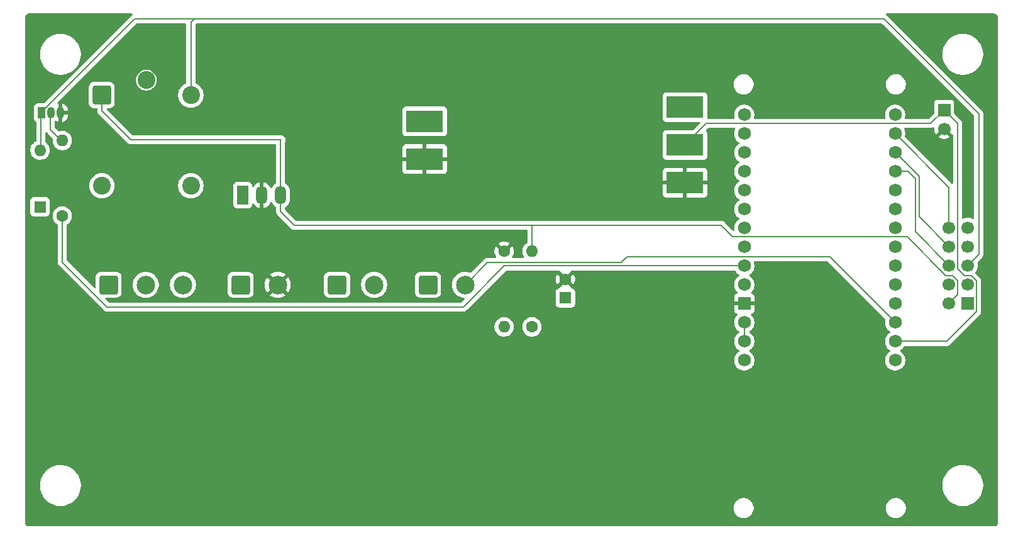
<source format=gbr>
%TF.GenerationSoftware,KiCad,Pcbnew,9.0.3*%
%TF.CreationDate,2025-08-15T10:29:04+02:00*%
%TF.ProjectId,Controller,436f6e74-726f-46c6-9c65-722e6b696361,1.0*%
%TF.SameCoordinates,Original*%
%TF.FileFunction,Copper,L1,Top*%
%TF.FilePolarity,Positive*%
%FSLAX46Y46*%
G04 Gerber Fmt 4.6, Leading zero omitted, Abs format (unit mm)*
G04 Created by KiCad (PCBNEW 9.0.3) date 2025-08-15 10:29:04*
%MOMM*%
%LPD*%
G01*
G04 APERTURE LIST*
G04 Aperture macros list*
%AMRoundRect*
0 Rectangle with rounded corners*
0 $1 Rounding radius*
0 $2 $3 $4 $5 $6 $7 $8 $9 X,Y pos of 4 corners*
0 Add a 4 corners polygon primitive as box body*
4,1,4,$2,$3,$4,$5,$6,$7,$8,$9,$2,$3,0*
0 Add four circle primitives for the rounded corners*
1,1,$1+$1,$2,$3*
1,1,$1+$1,$4,$5*
1,1,$1+$1,$6,$7*
1,1,$1+$1,$8,$9*
0 Add four rect primitives between the rounded corners*
20,1,$1+$1,$2,$3,$4,$5,0*
20,1,$1+$1,$4,$5,$6,$7,0*
20,1,$1+$1,$6,$7,$8,$9,0*
20,1,$1+$1,$8,$9,$2,$3,0*%
G04 Aperture macros list end*
%TA.AperFunction,ComponentPad*%
%ADD10C,1.600000*%
%TD*%
%TA.AperFunction,ComponentPad*%
%ADD11O,1.600000X1.600000*%
%TD*%
%TA.AperFunction,ComponentPad*%
%ADD12R,1.700000X1.700000*%
%TD*%
%TA.AperFunction,ComponentPad*%
%ADD13C,1.700000*%
%TD*%
%TA.AperFunction,ComponentPad*%
%ADD14R,1.600000X1.600000*%
%TD*%
%TA.AperFunction,ComponentPad*%
%ADD15RoundRect,0.250000X-1.000000X-1.000000X1.000000X-1.000000X1.000000X1.000000X-1.000000X1.000000X0*%
%TD*%
%TA.AperFunction,ComponentPad*%
%ADD16C,2.500000*%
%TD*%
%TA.AperFunction,ComponentPad*%
%ADD17C,1.727200*%
%TD*%
%TA.AperFunction,ComponentPad*%
%ADD18R,1.727200X1.727200*%
%TD*%
%TA.AperFunction,ComponentPad*%
%ADD19R,1.500000X2.500000*%
%TD*%
%TA.AperFunction,ComponentPad*%
%ADD20O,1.500000X2.500000*%
%TD*%
%TA.AperFunction,ComponentPad*%
%ADD21C,2.400000*%
%TD*%
%TA.AperFunction,ComponentPad*%
%ADD22R,5.000000X3.000000*%
%TD*%
%TA.AperFunction,ComponentPad*%
%ADD23R,1.050000X1.500000*%
%TD*%
%TA.AperFunction,ComponentPad*%
%ADD24O,1.050000X1.500000*%
%TD*%
%TA.AperFunction,Conductor*%
%ADD25C,0.200000*%
%TD*%
G04 APERTURE END LIST*
D10*
%TO.P,R3,1*%
%TO.N,/L*%
X141750000Y-99660000D03*
D11*
%TO.P,R3,2*%
%TO.N,VCC*%
X141750000Y-89500000D03*
%TD*%
D12*
%TO.P,J1,1,Pin_1*%
%TO.N,Net-(A1-A0{slash}DAC)*%
X197250000Y-70475000D03*
D13*
%TO.P,J1,2,Pin_2*%
%TO.N,GND*%
X197250000Y-73015000D03*
%TD*%
D14*
%TO.P,D1,1,K*%
%TO.N,VCC*%
X75500000Y-83500000D03*
D11*
%TO.P,D1,2,A*%
%TO.N,STATE*%
X75500000Y-75880000D03*
%TD*%
D15*
%TO.P,J6,1,Pin_1*%
%TO.N,/L*%
X127750000Y-94000000D03*
D16*
%TO.P,J6,2,Pin_2*%
%TO.N,/K*%
X132750000Y-94000000D03*
%TD*%
D15*
%TO.P,J3,1,Pin_1*%
%TO.N,VCC24*%
X102523000Y-94000000D03*
D16*
%TO.P,J3,2,Pin_2*%
%TO.N,GND*%
X107523000Y-94000000D03*
%TD*%
D17*
%TO.P,A1,3V3,3.3V*%
%TO.N,VCC*%
X170340000Y-99070000D03*
%TO.P,A1,5V,5V*%
%TO.N,unconnected-(A1-Pad5V)*%
X170340000Y-104150000D03*
%TO.P,A1,A0,A0/DAC*%
%TO.N,Net-(A1-A0{slash}DAC)*%
X190660000Y-101610000D03*
%TO.P,A1,A1,A1*%
%TO.N,/K*%
X190660000Y-99070000D03*
%TO.P,A1,A2,A2*%
%TO.N,unconnected-(A1-PadA2)*%
X190660000Y-96530000D03*
%TO.P,A1,A3,A3*%
%TO.N,unconnected-(A1-PadA3)*%
X190660000Y-93990000D03*
%TO.P,A1,A4,A4*%
%TO.N,unconnected-(A1-PadA4)*%
X190660000Y-91450000D03*
%TO.P,A1,A5,A5*%
%TO.N,unconnected-(A1-PadA5)*%
X190660000Y-88910000D03*
%TO.P,A1,A6,A6*%
%TO.N,unconnected-(A1-PadA6)*%
X190660000Y-86370000D03*
%TO.P,A1,AREF,AREF*%
%TO.N,unconnected-(A1-PadAREF)*%
X190660000Y-104150000D03*
%TO.P,A1,D0,D0*%
%TO.N,unconnected-(A1-PadD0)*%
X190660000Y-83830000D03*
%TO.P,A1,D1,D1*%
%TO.N,unconnected-(A1-PadD1)*%
X190660000Y-81290000D03*
%TO.P,A1,D2,D2*%
%TO.N,CS*%
X190660000Y-78750000D03*
%TO.P,A1,D3,D3*%
%TO.N,DC*%
X190660000Y-76210000D03*
%TO.P,A1,D4,D4*%
%TO.N,RST*%
X190660000Y-73670000D03*
%TO.P,A1,D5,D5*%
%TO.N,unconnected-(A1-PadD5)*%
X190660000Y-71130000D03*
%TO.P,A1,D6,D6*%
%TO.N,unconnected-(A1-PadD6)*%
X170340000Y-71130000D03*
%TO.P,A1,D7,D7*%
%TO.N,unconnected-(A1-PadD7)*%
X170340000Y-73670000D03*
%TO.P,A1,D8,D8_MOSI*%
%TO.N,SDA*%
X170340000Y-76210000D03*
%TO.P,A1,D9,D9_SCK*%
%TO.N,SCL*%
X170340000Y-78750000D03*
%TO.P,A1,D10,D10_MISO*%
%TO.N,unconnected-(A1-D10_MISO-PadD10)*%
X170340000Y-81290000D03*
%TO.P,A1,D11,D11/SDA*%
%TO.N,unconnected-(A1-D11{slash}SDA-PadD11)*%
X170340000Y-83830000D03*
%TO.P,A1,D12,D12/SCL*%
%TO.N,unconnected-(A1-D12{slash}SCL-PadD12)*%
X170340000Y-86370000D03*
%TO.P,A1,D13,D13/RX*%
%TO.N,MODE*%
X170340000Y-88910000D03*
%TO.P,A1,D14,D14/TX*%
%TO.N,VALVE*%
X170340000Y-91450000D03*
D18*
%TO.P,A1,GND,GND*%
%TO.N,GND*%
X170340000Y-96530000D03*
D17*
%TO.P,A1,RST,RESET*%
%TO.N,Reset*%
X170340000Y-93990000D03*
%TO.P,A1,VIN,VIN*%
%TO.N,VCC*%
X170340000Y-101610000D03*
%TD*%
D19*
%TO.P,U4,1,Vin*%
%TO.N,VCC24*%
X102817500Y-81932500D03*
D20*
%TO.P,U4,2,GND*%
%TO.N,GND*%
X105357500Y-81932500D03*
%TO.P,U4,3,Vout*%
%TO.N,VCC*%
X107897500Y-81932500D03*
%TD*%
D12*
%TO.P,J4,1,Pin_1*%
%TO.N,GND*%
X200450000Y-96467500D03*
D13*
%TO.P,J4,2,Pin_2*%
%TO.N,VCC*%
X197910000Y-96467500D03*
%TO.P,J4,3,Pin_3*%
%TO.N,MODE*%
X200450000Y-93927500D03*
%TO.P,J4,4,Pin_4*%
%TO.N,Reset*%
X197910000Y-93927500D03*
%TO.P,J4,5,Pin_5*%
%TO.N,STATE*%
X200450000Y-91387500D03*
%TO.P,J4,6,Pin_6*%
%TO.N,CS*%
X197910000Y-91387500D03*
%TO.P,J4,7,Pin_7*%
%TO.N,SCL*%
X200450000Y-88847500D03*
%TO.P,J4,8,Pin_8*%
%TO.N,DC*%
X197910000Y-88847500D03*
%TO.P,J4,9,Pin_9*%
%TO.N,SDA*%
X200450000Y-86307500D03*
%TO.P,J4,10,Pin_10*%
%TO.N,RST*%
X197910000Y-86307500D03*
%TD*%
D10*
%TO.P,R2,1*%
%TO.N,GND*%
X138000000Y-89500000D03*
D11*
%TO.P,R2,2*%
%TO.N,/L*%
X138000000Y-99660000D03*
%TD*%
D10*
%TO.P,R1,1*%
%TO.N,VALVE*%
X78500000Y-84750000D03*
D11*
%TO.P,R1,2*%
%TO.N,Net-(Q1-B)*%
X78500000Y-74590000D03*
%TD*%
D21*
%TO.P,K1,11*%
%TO.N,/Ventil*%
X89817500Y-66467000D03*
%TO.P,K1,12*%
%TO.N,/Zisterne*%
X95817500Y-80667000D03*
%TO.P,K1,14*%
%TO.N,/Hauswasser*%
X83817500Y-80667000D03*
D15*
%TO.P,K1,A1*%
%TO.N,VCC*%
X83817500Y-68467000D03*
D21*
%TO.P,K1,A2*%
%TO.N,STATE*%
X95817500Y-68467000D03*
%TD*%
D22*
%TO.P,U1,1,+*%
%TO.N,/Sonde Output*%
X127304000Y-72000000D03*
%TO.P,U1,2,-*%
%TO.N,GND*%
X127304000Y-77080000D03*
%TO.P,U1,3,VCC*%
%TO.N,VCC24*%
X162356000Y-70095000D03*
%TO.P,U1,4,Vout*%
%TO.N,Net-(A1-A0{slash}DAC)*%
X162356000Y-75175000D03*
%TO.P,U1,5,GND*%
%TO.N,GND*%
X162356000Y-80255000D03*
%TD*%
D15*
%TO.P,J5,1,Pin_1*%
%TO.N,/Hauswasser*%
X84750000Y-94000000D03*
D16*
%TO.P,J5,2,Pin_2*%
%TO.N,/Ventil*%
X89750000Y-94000000D03*
%TO.P,J5,3,Pin_3*%
%TO.N,/Zisterne*%
X94750000Y-94000000D03*
%TD*%
D15*
%TO.P,J2,1,Pin_1*%
%TO.N,VCC24*%
X115500000Y-94000000D03*
D16*
%TO.P,J2,2,Pin_2*%
%TO.N,/Sonde Output*%
X120500000Y-94000000D03*
%TD*%
D23*
%TO.P,Q1,1,C*%
%TO.N,STATE*%
X75730000Y-70860000D03*
D24*
%TO.P,Q1,2,B*%
%TO.N,Net-(Q1-B)*%
X77000000Y-70860000D03*
%TO.P,Q1,3,E*%
%TO.N,GND*%
X78270000Y-70860000D03*
%TD*%
D14*
%TO.P,C1,1*%
%TO.N,/L*%
X146250000Y-95750000D03*
D10*
%TO.P,C1,2*%
%TO.N,GND*%
X146250000Y-93250000D03*
%TD*%
D25*
%TO.N,VCC*%
X107897500Y-84147500D02*
X107897500Y-81932500D01*
X141750000Y-86000000D02*
X167250000Y-86000000D01*
X83817500Y-70567500D02*
X87000000Y-73750000D01*
X170340000Y-101430000D02*
X170340000Y-101610000D01*
X197910000Y-96900000D02*
X197910000Y-96217500D01*
X107897500Y-74602500D02*
X108000000Y-74500000D01*
X109750000Y-86000000D02*
X107897500Y-84147500D01*
X83817500Y-68467000D02*
X83817500Y-70567500D01*
X141750000Y-89500000D02*
X141750000Y-86000000D01*
X168784600Y-87534600D02*
X192284600Y-87534600D01*
X197910000Y-96467500D02*
X199061000Y-95316500D01*
X167250000Y-86000000D02*
X168784600Y-87534600D01*
X199061000Y-95316500D02*
X199061000Y-93450740D01*
X199061000Y-93450740D02*
X198360260Y-92750000D01*
X192284600Y-87534600D02*
X197500000Y-92750000D01*
X141750000Y-86000000D02*
X109750000Y-86000000D01*
X87750000Y-74500000D02*
X87000000Y-73750000D01*
X170340000Y-99070000D02*
X170340000Y-101610000D01*
X108000000Y-74500000D02*
X87750000Y-74500000D01*
X107897500Y-81932500D02*
X107897500Y-74602500D01*
X198360260Y-92750000D02*
X197500000Y-92750000D01*
%TO.N,CS*%
X193394600Y-86872100D02*
X193394600Y-79765400D01*
X193394600Y-79765400D02*
X192379200Y-78750000D01*
X197910000Y-91387500D02*
X193394600Y-86872100D01*
X192379200Y-78750000D02*
X190660000Y-78750000D01*
%TO.N,Net-(A1-A0{slash}DAC)*%
X162356000Y-75175000D02*
X165236400Y-72294600D01*
X199061000Y-91864260D02*
X199061000Y-72286000D01*
X199061000Y-72286000D02*
X197250000Y-70475000D01*
X165236400Y-72294600D02*
X195430400Y-72294600D01*
X201601000Y-93450740D02*
X200926760Y-92776500D01*
X199973240Y-92776500D02*
X199061000Y-91864260D01*
X197609500Y-101610000D02*
X201601000Y-97618500D01*
X201601000Y-97618500D02*
X201601000Y-93450740D01*
X195430400Y-72294600D02*
X197250000Y-70475000D01*
X200926760Y-92776500D02*
X199973240Y-92776500D01*
X190660000Y-101610000D02*
X197609500Y-101610000D01*
%TO.N,/K*%
X132750000Y-94000000D02*
X135750000Y-91000000D01*
X135750000Y-91000000D02*
X153750000Y-91000000D01*
X154500000Y-90250000D02*
X181840000Y-90250000D01*
X181840000Y-90250000D02*
X190660000Y-99070000D01*
X153750000Y-91000000D02*
X154500000Y-90250000D01*
%TO.N,RST*%
X197910000Y-86307500D02*
X197910000Y-80920000D01*
X197910000Y-80920000D02*
X190660000Y-73670000D01*
%TO.N,DC*%
X193861250Y-79411250D02*
X190660000Y-76210000D01*
X193861250Y-84798750D02*
X193861250Y-79411250D01*
X197910000Y-88847500D02*
X193861250Y-84798750D01*
%TO.N,VALVE*%
X132500000Y-97000000D02*
X84539576Y-97000000D01*
X84539576Y-97000000D02*
X78500000Y-90960424D01*
X78500000Y-90960424D02*
X78500000Y-84750000D01*
X170340000Y-91450000D02*
X138050000Y-91450000D01*
X138050000Y-91450000D02*
X132500000Y-97000000D01*
%TO.N,STATE*%
X200450000Y-91387500D02*
X201910000Y-89927500D01*
X189160000Y-58250000D02*
X201910000Y-71000000D01*
X201910000Y-89927500D02*
X201910000Y-71000000D01*
X95817500Y-68467000D02*
X95817500Y-58682500D01*
X88216860Y-58250000D02*
X96250000Y-58250000D01*
X75730000Y-70860000D02*
X75730000Y-70736860D01*
X100410000Y-58250000D02*
X189160000Y-58250000D01*
X75629000Y-70849000D02*
X75629000Y-75639000D01*
X75629000Y-75639000D02*
X75399000Y-75869000D01*
X96250000Y-58250000D02*
X100410000Y-58250000D01*
X95817500Y-58682500D02*
X96250000Y-58250000D01*
X75730000Y-70736860D02*
X88216860Y-58250000D01*
%TO.N,Net-(Q1-B)*%
X76899000Y-73114000D02*
X76899000Y-70849000D01*
X78524000Y-74739000D02*
X76899000Y-73114000D01*
%TD*%
%TA.AperFunction,Conductor*%
%TO.N,GND*%
G36*
X87918296Y-57520185D02*
G01*
X87964051Y-57572989D01*
X87973995Y-57642147D01*
X87944970Y-57705703D01*
X87913257Y-57731887D01*
X87848147Y-57769477D01*
X87848142Y-57769481D01*
X76044442Y-69573181D01*
X75983119Y-69606666D01*
X75956761Y-69609500D01*
X75157129Y-69609500D01*
X75157123Y-69609501D01*
X75097516Y-69615908D01*
X74962671Y-69666202D01*
X74962664Y-69666206D01*
X74847455Y-69752452D01*
X74847452Y-69752455D01*
X74761206Y-69867664D01*
X74761202Y-69867671D01*
X74710908Y-70002517D01*
X74704501Y-70062116D01*
X74704500Y-70062135D01*
X74704500Y-71657870D01*
X74704501Y-71657876D01*
X74710908Y-71717483D01*
X74761202Y-71852328D01*
X74761206Y-71852335D01*
X74847452Y-71967544D01*
X74847455Y-71967547D01*
X74962663Y-72053792D01*
X74962665Y-72053793D01*
X74962669Y-72053796D01*
X74962673Y-72053797D01*
X74963924Y-72054481D01*
X74964940Y-72055497D01*
X74969769Y-72059112D01*
X74969249Y-72059806D01*
X75013331Y-72103885D01*
X75028500Y-72163315D01*
X75028500Y-74584669D01*
X75008815Y-74651708D01*
X74960795Y-74695154D01*
X74818385Y-74767715D01*
X74652786Y-74888028D01*
X74508028Y-75032786D01*
X74387715Y-75198386D01*
X74294781Y-75380776D01*
X74231522Y-75575465D01*
X74199500Y-75777648D01*
X74199500Y-75982351D01*
X74231522Y-76184534D01*
X74294781Y-76379223D01*
X74313194Y-76415359D01*
X74371315Y-76529428D01*
X74387715Y-76561613D01*
X74508028Y-76727213D01*
X74652786Y-76871971D01*
X74807749Y-76984556D01*
X74818390Y-76992287D01*
X74897399Y-77032544D01*
X75000776Y-77085218D01*
X75000778Y-77085218D01*
X75000781Y-77085220D01*
X75042124Y-77098653D01*
X75195465Y-77148477D01*
X75229509Y-77153869D01*
X75397648Y-77180500D01*
X75397649Y-77180500D01*
X75602351Y-77180500D01*
X75602352Y-77180500D01*
X75804534Y-77148477D01*
X75999219Y-77085220D01*
X76181610Y-76992287D01*
X76274590Y-76924732D01*
X76347213Y-76871971D01*
X76347215Y-76871968D01*
X76347219Y-76871966D01*
X76491966Y-76727219D01*
X76491968Y-76727215D01*
X76491971Y-76727213D01*
X76552433Y-76643992D01*
X76612287Y-76561610D01*
X76705220Y-76379219D01*
X76768477Y-76184534D01*
X76800500Y-75982352D01*
X76800500Y-75777648D01*
X76768477Y-75575466D01*
X76754404Y-75532155D01*
X76705218Y-75380776D01*
X76649596Y-75271613D01*
X76612287Y-75198390D01*
X76567427Y-75136645D01*
X76491971Y-75032786D01*
X76347221Y-74888036D01*
X76347219Y-74888034D01*
X76280613Y-74839641D01*
X76237949Y-74784313D01*
X76229500Y-74739325D01*
X76229500Y-73593098D01*
X76235738Y-73571852D01*
X76237318Y-73549765D01*
X76245390Y-73538981D01*
X76249185Y-73526059D01*
X76265916Y-73511560D01*
X76279189Y-73493831D01*
X76291811Y-73489123D01*
X76301989Y-73480304D01*
X76323904Y-73477152D01*
X76344653Y-73469414D01*
X76357814Y-73472276D01*
X76371147Y-73470360D01*
X76391288Y-73479558D01*
X76412926Y-73484265D01*
X76430652Y-73497535D01*
X76434703Y-73499385D01*
X76441166Y-73505402D01*
X76530284Y-73594520D01*
X76530286Y-73594521D01*
X76537356Y-73601591D01*
X77185439Y-74249674D01*
X77218924Y-74310997D01*
X77220231Y-74356753D01*
X77199500Y-74487642D01*
X77199500Y-74692351D01*
X77231522Y-74894534D01*
X77294781Y-75089223D01*
X77387715Y-75271613D01*
X77508028Y-75437213D01*
X77652786Y-75581971D01*
X77807749Y-75694556D01*
X77818390Y-75702287D01*
X77934607Y-75761503D01*
X78000776Y-75795218D01*
X78000778Y-75795218D01*
X78000781Y-75795220D01*
X78105137Y-75829127D01*
X78195465Y-75858477D01*
X78296557Y-75874488D01*
X78397648Y-75890500D01*
X78397649Y-75890500D01*
X78602351Y-75890500D01*
X78602352Y-75890500D01*
X78804534Y-75858477D01*
X78999219Y-75795220D01*
X79181610Y-75702287D01*
X79274590Y-75634732D01*
X79347213Y-75581971D01*
X79347215Y-75581968D01*
X79347219Y-75581966D01*
X79491966Y-75437219D01*
X79491968Y-75437215D01*
X79491971Y-75437213D01*
X79564115Y-75337913D01*
X79612287Y-75271610D01*
X79705220Y-75089219D01*
X79768477Y-74894534D01*
X79800500Y-74692352D01*
X79800500Y-74487648D01*
X79768477Y-74285466D01*
X79756847Y-74249674D01*
X79730837Y-74169622D01*
X79705220Y-74090781D01*
X79705218Y-74090778D01*
X79705218Y-74090776D01*
X79653573Y-73989419D01*
X79612287Y-73908390D01*
X79575346Y-73857544D01*
X79491971Y-73742786D01*
X79347213Y-73598028D01*
X79181613Y-73477715D01*
X79181612Y-73477714D01*
X79181610Y-73477713D01*
X79124653Y-73448691D01*
X78999223Y-73384781D01*
X78804534Y-73321522D01*
X78629995Y-73293878D01*
X78602352Y-73289500D01*
X78397648Y-73289500D01*
X78357211Y-73295904D01*
X78195462Y-73321523D01*
X78086809Y-73356826D01*
X78016968Y-73358821D01*
X77960811Y-73326576D01*
X77535819Y-72901584D01*
X77502334Y-72840261D01*
X77499500Y-72813903D01*
X77499500Y-72050881D01*
X77501735Y-72043266D01*
X77500466Y-72035432D01*
X77511439Y-72010219D01*
X77519185Y-71983842D01*
X77525892Y-71977013D01*
X77528350Y-71971367D01*
X77554602Y-71947783D01*
X77566558Y-71939795D01*
X77633230Y-71918917D01*
X77700611Y-71937399D01*
X77704340Y-71939795D01*
X77784479Y-71993343D01*
X77784486Y-71993347D01*
X77971016Y-72070609D01*
X77971025Y-72070612D01*
X78020000Y-72080353D01*
X78020000Y-71225865D01*
X78020067Y-71221789D01*
X78020400Y-71211638D01*
X78025500Y-71186003D01*
X78025500Y-71145830D01*
X78039745Y-71160075D01*
X78125255Y-71209444D01*
X78220630Y-71235000D01*
X78319370Y-71235000D01*
X78414745Y-71209444D01*
X78500255Y-71160075D01*
X78520000Y-71140330D01*
X78520000Y-72080352D01*
X78568974Y-72070612D01*
X78568983Y-72070609D01*
X78755513Y-71993347D01*
X78755526Y-71993340D01*
X78923399Y-71881170D01*
X78923403Y-71881167D01*
X79066167Y-71738403D01*
X79066170Y-71738399D01*
X79178340Y-71570526D01*
X79178347Y-71570513D01*
X79255609Y-71383983D01*
X79255612Y-71383974D01*
X79294999Y-71185958D01*
X79295000Y-71185955D01*
X79295000Y-71110000D01*
X78550330Y-71110000D01*
X78570075Y-71090255D01*
X78619444Y-71004745D01*
X78645000Y-70909370D01*
X78645000Y-70810630D01*
X78619444Y-70715255D01*
X78570075Y-70629745D01*
X78550330Y-70610000D01*
X79295000Y-70610000D01*
X79295000Y-70534045D01*
X79294999Y-70534041D01*
X79255612Y-70336025D01*
X79255609Y-70336016D01*
X79178347Y-70149486D01*
X79178340Y-70149473D01*
X79066170Y-69981600D01*
X79066167Y-69981596D01*
X78923403Y-69838832D01*
X78923399Y-69838829D01*
X78755526Y-69726659D01*
X78755513Y-69726652D01*
X78568984Y-69649390D01*
X78568977Y-69649388D01*
X78520000Y-69639645D01*
X78520000Y-70579670D01*
X78500255Y-70559925D01*
X78414745Y-70510556D01*
X78319370Y-70485000D01*
X78220630Y-70485000D01*
X78125255Y-70510556D01*
X78039745Y-70559925D01*
X78025500Y-70574170D01*
X78025500Y-70533997D01*
X78022383Y-70518326D01*
X78020000Y-70494134D01*
X78020000Y-69671000D01*
X77929440Y-69641481D01*
X77926281Y-69639317D01*
X77922470Y-69638976D01*
X77897687Y-69619724D01*
X77871802Y-69601989D01*
X77870315Y-69598462D01*
X77867292Y-69596114D01*
X77856850Y-69566516D01*
X77844664Y-69537605D01*
X77845320Y-69533834D01*
X77844047Y-69530225D01*
X77851262Y-69499687D01*
X77856643Y-69468770D01*
X77859233Y-69465952D01*
X77860114Y-69462227D01*
X77880184Y-69435909D01*
X80959316Y-66356778D01*
X88417000Y-66356778D01*
X88417000Y-66577221D01*
X88451485Y-66794952D01*
X88519603Y-67004603D01*
X88519604Y-67004606D01*
X88542764Y-67050058D01*
X88592499Y-67147668D01*
X88619687Y-67201025D01*
X88749252Y-67379358D01*
X88749256Y-67379363D01*
X88905136Y-67535243D01*
X88905141Y-67535247D01*
X88929871Y-67553214D01*
X89083478Y-67664815D01*
X89211875Y-67730237D01*
X89279893Y-67764895D01*
X89279896Y-67764896D01*
X89384721Y-67798955D01*
X89489549Y-67833015D01*
X89707278Y-67867500D01*
X89707279Y-67867500D01*
X89927721Y-67867500D01*
X89927722Y-67867500D01*
X90145451Y-67833015D01*
X90355106Y-67764895D01*
X90551522Y-67664815D01*
X90729865Y-67535242D01*
X90885742Y-67379365D01*
X91015315Y-67201022D01*
X91115395Y-67004606D01*
X91183515Y-66794951D01*
X91218000Y-66577222D01*
X91218000Y-66356778D01*
X91183515Y-66139049D01*
X91115395Y-65929394D01*
X91115395Y-65929393D01*
X91080737Y-65861375D01*
X91015315Y-65732978D01*
X90952983Y-65647185D01*
X90885747Y-65554641D01*
X90885743Y-65554636D01*
X90729863Y-65398756D01*
X90729858Y-65398752D01*
X90551525Y-65269187D01*
X90551524Y-65269186D01*
X90551522Y-65269185D01*
X90488596Y-65237122D01*
X90355106Y-65169104D01*
X90355103Y-65169103D01*
X90145452Y-65100985D01*
X90036586Y-65083742D01*
X89927722Y-65066500D01*
X89707278Y-65066500D01*
X89634701Y-65077995D01*
X89489547Y-65100985D01*
X89279896Y-65169103D01*
X89279893Y-65169104D01*
X89083474Y-65269187D01*
X88905141Y-65398752D01*
X88905136Y-65398756D01*
X88749256Y-65554636D01*
X88749252Y-65554641D01*
X88619687Y-65732974D01*
X88519604Y-65929393D01*
X88519603Y-65929396D01*
X88451485Y-66139047D01*
X88417000Y-66356778D01*
X80959316Y-66356778D01*
X88429277Y-58886819D01*
X88490600Y-58853334D01*
X88516958Y-58850500D01*
X95093000Y-58850500D01*
X95160039Y-58870185D01*
X95205794Y-58922989D01*
X95217000Y-58974500D01*
X95217000Y-66792272D01*
X95197315Y-66859311D01*
X95144511Y-66905066D01*
X95140454Y-66906832D01*
X95063774Y-66938594D01*
X95063772Y-66938595D01*
X94870726Y-67050052D01*
X94870717Y-67050058D01*
X94693877Y-67185751D01*
X94693870Y-67185757D01*
X94536257Y-67343370D01*
X94536251Y-67343377D01*
X94400558Y-67520217D01*
X94400552Y-67520226D01*
X94289095Y-67713273D01*
X94289093Y-67713277D01*
X94203793Y-67919209D01*
X94203790Y-67919219D01*
X94146097Y-68134534D01*
X94146094Y-68134547D01*
X94117001Y-68355533D01*
X94117000Y-68355549D01*
X94117000Y-68578450D01*
X94117001Y-68578466D01*
X94146094Y-68799452D01*
X94146095Y-68799457D01*
X94146096Y-68799463D01*
X94146097Y-68799465D01*
X94203790Y-69014780D01*
X94203793Y-69014790D01*
X94272724Y-69181204D01*
X94289095Y-69220726D01*
X94400552Y-69413774D01*
X94400557Y-69413780D01*
X94400558Y-69413782D01*
X94536251Y-69590622D01*
X94536257Y-69590629D01*
X94693870Y-69748242D01*
X94693877Y-69748248D01*
X94699360Y-69752455D01*
X94870726Y-69883948D01*
X95063774Y-69995405D01*
X95073663Y-69999501D01*
X95224855Y-70062127D01*
X95269719Y-70080710D01*
X95485037Y-70138404D01*
X95706043Y-70167500D01*
X95706050Y-70167500D01*
X95928950Y-70167500D01*
X95928957Y-70167500D01*
X96149963Y-70138404D01*
X96365281Y-70080710D01*
X96571226Y-69995405D01*
X96764274Y-69883948D01*
X96941124Y-69748247D01*
X97098747Y-69590624D01*
X97234448Y-69413774D01*
X97345905Y-69220726D01*
X97431210Y-69014781D01*
X97488904Y-68799463D01*
X97518000Y-68578457D01*
X97518000Y-68355543D01*
X97488904Y-68134537D01*
X97431210Y-67919219D01*
X97429293Y-67914592D01*
X97345906Y-67713277D01*
X97345905Y-67713274D01*
X97234448Y-67520226D01*
X97155234Y-67416992D01*
X97098748Y-67343377D01*
X97098742Y-67343370D01*
X96941129Y-67185757D01*
X96941122Y-67185751D01*
X96764282Y-67050058D01*
X96764280Y-67050057D01*
X96764274Y-67050052D01*
X96731322Y-67031027D01*
X96731321Y-67031026D01*
X96571234Y-66938599D01*
X96571225Y-66938594D01*
X96546888Y-66928513D01*
X168899500Y-66928513D01*
X168899500Y-67141086D01*
X168931539Y-67343377D01*
X168932754Y-67351043D01*
X168992604Y-67535243D01*
X168998444Y-67553214D01*
X169094951Y-67742620D01*
X169219890Y-67914586D01*
X169370213Y-68064909D01*
X169542179Y-68189848D01*
X169542181Y-68189849D01*
X169542184Y-68189851D01*
X169731588Y-68286357D01*
X169933757Y-68352046D01*
X170143713Y-68385300D01*
X170143714Y-68385300D01*
X170356286Y-68385300D01*
X170356287Y-68385300D01*
X170566243Y-68352046D01*
X170768412Y-68286357D01*
X170957816Y-68189851D01*
X171011007Y-68151206D01*
X171129786Y-68064909D01*
X171129788Y-68064906D01*
X171129792Y-68064904D01*
X171280104Y-67914592D01*
X171280106Y-67914588D01*
X171280109Y-67914586D01*
X171405048Y-67742620D01*
X171405047Y-67742620D01*
X171405051Y-67742616D01*
X171501557Y-67553212D01*
X171567246Y-67351043D01*
X171600500Y-67141087D01*
X171600500Y-66928513D01*
X189399500Y-66928513D01*
X189399500Y-67141086D01*
X189431539Y-67343377D01*
X189432754Y-67351043D01*
X189492604Y-67535243D01*
X189498444Y-67553214D01*
X189594951Y-67742620D01*
X189719890Y-67914586D01*
X189870213Y-68064909D01*
X190042179Y-68189848D01*
X190042181Y-68189849D01*
X190042184Y-68189851D01*
X190231588Y-68286357D01*
X190433757Y-68352046D01*
X190643713Y-68385300D01*
X190643714Y-68385300D01*
X190856286Y-68385300D01*
X190856287Y-68385300D01*
X191066243Y-68352046D01*
X191268412Y-68286357D01*
X191457816Y-68189851D01*
X191511007Y-68151206D01*
X191629786Y-68064909D01*
X191629788Y-68064906D01*
X191629792Y-68064904D01*
X191780104Y-67914592D01*
X191780106Y-67914588D01*
X191780109Y-67914586D01*
X191905048Y-67742620D01*
X191905047Y-67742620D01*
X191905051Y-67742616D01*
X192001557Y-67553212D01*
X192067246Y-67351043D01*
X192100500Y-67141087D01*
X192100500Y-66928513D01*
X192067246Y-66718557D01*
X192001557Y-66516388D01*
X191905051Y-66326984D01*
X191905049Y-66326981D01*
X191905048Y-66326979D01*
X191780109Y-66155013D01*
X191629786Y-66004690D01*
X191457820Y-65879751D01*
X191268414Y-65783244D01*
X191268413Y-65783243D01*
X191268412Y-65783243D01*
X191066243Y-65717554D01*
X191066241Y-65717553D01*
X191066240Y-65717553D01*
X190904957Y-65692008D01*
X190856287Y-65684300D01*
X190643713Y-65684300D01*
X190595042Y-65692008D01*
X190433760Y-65717553D01*
X190231585Y-65783244D01*
X190042179Y-65879751D01*
X189870213Y-66004690D01*
X189719890Y-66155013D01*
X189594951Y-66326979D01*
X189498444Y-66516385D01*
X189432753Y-66718560D01*
X189399500Y-66928513D01*
X171600500Y-66928513D01*
X171567246Y-66718557D01*
X171501557Y-66516388D01*
X171405051Y-66326984D01*
X171405049Y-66326981D01*
X171405048Y-66326979D01*
X171280109Y-66155013D01*
X171129786Y-66004690D01*
X170957820Y-65879751D01*
X170768414Y-65783244D01*
X170768413Y-65783243D01*
X170768412Y-65783243D01*
X170566243Y-65717554D01*
X170566241Y-65717553D01*
X170566240Y-65717553D01*
X170404957Y-65692008D01*
X170356287Y-65684300D01*
X170143713Y-65684300D01*
X170095042Y-65692008D01*
X169933760Y-65717553D01*
X169731585Y-65783244D01*
X169542179Y-65879751D01*
X169370213Y-66004690D01*
X169219890Y-66155013D01*
X169094951Y-66326979D01*
X168998444Y-66516385D01*
X168932753Y-66718560D01*
X168899500Y-66928513D01*
X96546888Y-66928513D01*
X96494546Y-66906832D01*
X96440143Y-66862991D01*
X96418079Y-66796696D01*
X96418000Y-66792272D01*
X96418000Y-58982597D01*
X96426644Y-58953156D01*
X96433168Y-58923170D01*
X96436922Y-58918154D01*
X96437685Y-58915558D01*
X96454319Y-58894916D01*
X96462416Y-58886819D01*
X96523739Y-58853334D01*
X96550097Y-58850500D01*
X100330943Y-58850500D01*
X188859903Y-58850500D01*
X188926942Y-58870185D01*
X188947584Y-58886819D01*
X201273181Y-71212416D01*
X201306666Y-71273739D01*
X201309500Y-71300097D01*
X201309500Y-85027386D01*
X201289815Y-85094425D01*
X201237011Y-85140180D01*
X201167853Y-85150124D01*
X201129205Y-85137871D01*
X200968414Y-85055944D01*
X200968413Y-85055943D01*
X200968412Y-85055943D01*
X200766243Y-84990254D01*
X200766241Y-84990253D01*
X200766240Y-84990253D01*
X200604957Y-84964708D01*
X200556287Y-84957000D01*
X200343713Y-84957000D01*
X200295042Y-84964708D01*
X200133760Y-84990253D01*
X200133757Y-84990254D01*
X199935925Y-85054534D01*
X199931582Y-85055945D01*
X199841794Y-85101694D01*
X199773125Y-85114590D01*
X199708385Y-85088313D01*
X199668128Y-85031207D01*
X199661500Y-84991209D01*
X199661500Y-72375060D01*
X199661501Y-72375047D01*
X199661501Y-72206944D01*
X199661501Y-72206943D01*
X199620577Y-72054216D01*
X199585435Y-71993347D01*
X199541524Y-71917290D01*
X199541518Y-71917282D01*
X198636818Y-71012582D01*
X198603333Y-70951259D01*
X198600499Y-70924901D01*
X198600499Y-69577129D01*
X198600498Y-69577123D01*
X198600497Y-69577116D01*
X198594091Y-69517517D01*
X198593904Y-69517016D01*
X198543797Y-69382671D01*
X198543793Y-69382664D01*
X198457547Y-69267455D01*
X198457544Y-69267452D01*
X198342335Y-69181206D01*
X198342328Y-69181202D01*
X198207482Y-69130908D01*
X198207483Y-69130908D01*
X198147883Y-69124501D01*
X198147881Y-69124500D01*
X198147873Y-69124500D01*
X198147864Y-69124500D01*
X196352129Y-69124500D01*
X196352123Y-69124501D01*
X196292516Y-69130908D01*
X196157671Y-69181202D01*
X196157664Y-69181206D01*
X196042455Y-69267452D01*
X196042452Y-69267455D01*
X195956206Y-69382664D01*
X195956202Y-69382671D01*
X195905908Y-69517517D01*
X195903749Y-69537605D01*
X195899501Y-69577123D01*
X195899500Y-69577135D01*
X195899500Y-70924902D01*
X195879815Y-70991941D01*
X195863181Y-71012583D01*
X195217984Y-71657781D01*
X195156661Y-71691266D01*
X195130303Y-71694100D01*
X192081684Y-71694100D01*
X192014645Y-71674415D01*
X191968890Y-71621611D01*
X191958946Y-71552453D01*
X191963753Y-71531782D01*
X191975634Y-71495213D01*
X191990511Y-71449427D01*
X192024100Y-71237357D01*
X192024100Y-71022643D01*
X191990511Y-70810573D01*
X191956788Y-70706783D01*
X191924162Y-70606369D01*
X191924161Y-70606366D01*
X191864076Y-70488443D01*
X191826683Y-70415056D01*
X191700477Y-70241349D01*
X191548651Y-70089523D01*
X191374944Y-69963317D01*
X191183633Y-69865838D01*
X191183630Y-69865837D01*
X190979428Y-69799489D01*
X190873392Y-69782694D01*
X190767357Y-69765900D01*
X190552643Y-69765900D01*
X190481953Y-69777096D01*
X190340571Y-69799489D01*
X190136369Y-69865837D01*
X190136366Y-69865838D01*
X189945055Y-69963317D01*
X189886433Y-70005909D01*
X189771349Y-70089523D01*
X189771347Y-70089525D01*
X189771346Y-70089525D01*
X189619525Y-70241346D01*
X189619525Y-70241347D01*
X189619523Y-70241349D01*
X189584185Y-70289987D01*
X189493317Y-70415055D01*
X189395838Y-70606366D01*
X189395837Y-70606369D01*
X189329489Y-70810571D01*
X189311381Y-70924901D01*
X189295900Y-71022643D01*
X189295900Y-71237357D01*
X189305837Y-71300097D01*
X189329489Y-71449428D01*
X189356247Y-71531782D01*
X189358242Y-71601624D01*
X189322161Y-71661456D01*
X189259460Y-71692284D01*
X189238316Y-71694100D01*
X171761684Y-71694100D01*
X171694645Y-71674415D01*
X171648890Y-71621611D01*
X171638946Y-71552453D01*
X171643753Y-71531782D01*
X171655634Y-71495213D01*
X171670511Y-71449427D01*
X171704100Y-71237357D01*
X171704100Y-71022643D01*
X171670511Y-70810573D01*
X171636788Y-70706783D01*
X171604162Y-70606369D01*
X171604161Y-70606366D01*
X171544076Y-70488443D01*
X171506683Y-70415056D01*
X171380477Y-70241349D01*
X171228651Y-70089523D01*
X171054944Y-69963317D01*
X170863633Y-69865838D01*
X170863630Y-69865837D01*
X170659428Y-69799489D01*
X170553392Y-69782694D01*
X170447357Y-69765900D01*
X170232643Y-69765900D01*
X170161953Y-69777096D01*
X170020571Y-69799489D01*
X169816369Y-69865837D01*
X169816366Y-69865838D01*
X169625055Y-69963317D01*
X169566433Y-70005909D01*
X169451349Y-70089523D01*
X169451347Y-70089525D01*
X169451346Y-70089525D01*
X169299525Y-70241346D01*
X169299525Y-70241347D01*
X169299523Y-70241349D01*
X169264185Y-70289987D01*
X169173317Y-70415055D01*
X169075838Y-70606366D01*
X169075837Y-70606369D01*
X169009489Y-70810571D01*
X168991381Y-70924901D01*
X168975900Y-71022643D01*
X168975900Y-71237357D01*
X168985837Y-71300097D01*
X169009489Y-71449428D01*
X169036247Y-71531782D01*
X169038242Y-71601624D01*
X169002161Y-71661456D01*
X168939460Y-71692284D01*
X168918316Y-71694100D01*
X165480500Y-71694100D01*
X165413461Y-71674415D01*
X165367706Y-71621611D01*
X165356500Y-71570100D01*
X165356499Y-68547129D01*
X165356498Y-68547123D01*
X165356497Y-68547116D01*
X165350091Y-68487517D01*
X165299796Y-68352669D01*
X165299795Y-68352668D01*
X165299793Y-68352664D01*
X165213547Y-68237455D01*
X165213544Y-68237452D01*
X165098335Y-68151206D01*
X165098328Y-68151202D01*
X164963482Y-68100908D01*
X164963483Y-68100908D01*
X164903883Y-68094501D01*
X164903881Y-68094500D01*
X164903873Y-68094500D01*
X164903864Y-68094500D01*
X159808129Y-68094500D01*
X159808123Y-68094501D01*
X159748516Y-68100908D01*
X159613671Y-68151202D01*
X159613664Y-68151206D01*
X159498455Y-68237452D01*
X159498452Y-68237455D01*
X159412206Y-68352664D01*
X159412202Y-68352671D01*
X159361908Y-68487517D01*
X159355501Y-68547116D01*
X159355501Y-68547123D01*
X159355500Y-68547135D01*
X159355500Y-71642870D01*
X159355501Y-71642876D01*
X159361908Y-71702483D01*
X159412202Y-71837328D01*
X159412206Y-71837335D01*
X159498452Y-71952544D01*
X159498455Y-71952547D01*
X159613664Y-72038793D01*
X159613671Y-72038797D01*
X159748517Y-72089091D01*
X159748516Y-72089091D01*
X159755444Y-72089835D01*
X159808127Y-72095500D01*
X164286902Y-72095499D01*
X164353941Y-72115184D01*
X164399696Y-72167988D01*
X164409640Y-72237146D01*
X164380615Y-72300702D01*
X164374583Y-72307180D01*
X163543582Y-73138181D01*
X163482259Y-73171666D01*
X163455901Y-73174500D01*
X159808129Y-73174500D01*
X159808123Y-73174501D01*
X159748516Y-73180908D01*
X159613671Y-73231202D01*
X159613664Y-73231206D01*
X159498455Y-73317452D01*
X159498452Y-73317455D01*
X159412206Y-73432664D01*
X159412202Y-73432671D01*
X159361908Y-73567517D01*
X159357612Y-73607482D01*
X159355501Y-73627123D01*
X159355500Y-73627135D01*
X159355500Y-76722870D01*
X159355501Y-76722876D01*
X159361908Y-76782483D01*
X159412202Y-76917328D01*
X159412206Y-76917335D01*
X159498452Y-77032544D01*
X159498455Y-77032547D01*
X159613664Y-77118793D01*
X159613671Y-77118797D01*
X159748517Y-77169091D01*
X159748516Y-77169091D01*
X159755444Y-77169835D01*
X159808127Y-77175500D01*
X164903872Y-77175499D01*
X164963483Y-77169091D01*
X165098331Y-77118796D01*
X165213546Y-77032546D01*
X165299796Y-76917331D01*
X165350091Y-76782483D01*
X165356500Y-76722873D01*
X165356499Y-73627128D01*
X165350091Y-73567517D01*
X165342765Y-73547876D01*
X165299797Y-73432671D01*
X165299793Y-73432664D01*
X165213393Y-73317249D01*
X165188975Y-73251785D01*
X165203826Y-73183512D01*
X165224978Y-73155257D01*
X165448817Y-72931419D01*
X165510140Y-72897934D01*
X165536498Y-72895100D01*
X169001516Y-72895100D01*
X169068555Y-72914785D01*
X169114310Y-72967589D01*
X169124254Y-73036747D01*
X169112001Y-73075395D01*
X169075838Y-73146366D01*
X169075837Y-73146369D01*
X169009489Y-73350571D01*
X168975900Y-73562643D01*
X168975900Y-73777356D01*
X169009489Y-73989428D01*
X169075837Y-74193630D01*
X169075838Y-74193632D01*
X169098236Y-74237590D01*
X169173317Y-74384944D01*
X169299523Y-74558651D01*
X169451349Y-74710477D01*
X169625056Y-74836683D01*
X169628998Y-74839547D01*
X169627624Y-74841437D01*
X169668030Y-74886152D01*
X169679411Y-74955089D01*
X169651715Y-75019235D01*
X169628314Y-75039511D01*
X169628998Y-75040453D01*
X169625056Y-75043316D01*
X169625056Y-75043317D01*
X169451349Y-75169523D01*
X169451347Y-75169525D01*
X169451346Y-75169525D01*
X169299525Y-75321346D01*
X169299525Y-75321347D01*
X169299523Y-75321349D01*
X169287494Y-75337906D01*
X169173317Y-75495055D01*
X169075838Y-75686366D01*
X169075837Y-75686369D01*
X169009489Y-75890571D01*
X168994952Y-75982352D01*
X168975900Y-76102643D01*
X168975900Y-76317357D01*
X168985698Y-76379219D01*
X169009489Y-76529428D01*
X169075837Y-76733630D01*
X169075838Y-76733633D01*
X169146323Y-76871966D01*
X169173317Y-76924944D01*
X169299523Y-77098651D01*
X169451349Y-77250477D01*
X169560803Y-77330000D01*
X169628998Y-77379547D01*
X169627624Y-77381437D01*
X169668030Y-77426152D01*
X169679411Y-77495089D01*
X169651715Y-77559235D01*
X169628314Y-77579511D01*
X169628998Y-77580453D01*
X169625056Y-77583316D01*
X169625056Y-77583317D01*
X169451349Y-77709523D01*
X169451347Y-77709525D01*
X169451346Y-77709525D01*
X169299525Y-77861346D01*
X169299525Y-77861347D01*
X169299523Y-77861349D01*
X169245322Y-77935949D01*
X169173317Y-78035055D01*
X169075838Y-78226366D01*
X169075837Y-78226369D01*
X169009489Y-78430571D01*
X168975900Y-78642643D01*
X168975900Y-78857356D01*
X169009489Y-79069428D01*
X169075837Y-79273630D01*
X169075838Y-79273633D01*
X169173316Y-79464942D01*
X169173317Y-79464944D01*
X169299523Y-79638651D01*
X169451349Y-79790477D01*
X169601739Y-79899742D01*
X169628998Y-79919547D01*
X169627624Y-79921437D01*
X169668030Y-79966152D01*
X169679411Y-80035089D01*
X169651715Y-80099235D01*
X169628314Y-80119511D01*
X169628998Y-80120453D01*
X169625056Y-80123316D01*
X169625056Y-80123317D01*
X169451349Y-80249523D01*
X169451347Y-80249525D01*
X169451346Y-80249525D01*
X169299525Y-80401346D01*
X169299525Y-80401347D01*
X169299523Y-80401349D01*
X169246908Y-80473767D01*
X169173317Y-80575055D01*
X169075838Y-80766366D01*
X169075837Y-80766369D01*
X169009489Y-80970571D01*
X168975900Y-81182643D01*
X168975900Y-81397356D01*
X169009489Y-81609428D01*
X169075837Y-81813630D01*
X169075838Y-81813633D01*
X169144426Y-81948242D01*
X169173317Y-82004944D01*
X169299523Y-82178651D01*
X169451349Y-82330477D01*
X169591771Y-82432500D01*
X169628998Y-82459547D01*
X169627624Y-82461437D01*
X169668030Y-82506152D01*
X169679411Y-82575089D01*
X169651715Y-82639235D01*
X169628314Y-82659511D01*
X169628998Y-82660453D01*
X169625056Y-82663316D01*
X169625056Y-82663317D01*
X169451349Y-82789523D01*
X169451347Y-82789525D01*
X169451346Y-82789525D01*
X169299525Y-82941346D01*
X169299525Y-82941347D01*
X169299523Y-82941349D01*
X169245322Y-83015949D01*
X169173317Y-83115055D01*
X169075838Y-83306366D01*
X169075837Y-83306369D01*
X169009489Y-83510571D01*
X168975900Y-83722643D01*
X168975900Y-83937356D01*
X169009489Y-84149428D01*
X169075837Y-84353630D01*
X169075838Y-84353633D01*
X169158678Y-84516214D01*
X169173317Y-84544944D01*
X169299523Y-84718651D01*
X169451349Y-84870477D01*
X169616206Y-84990253D01*
X169628998Y-84999547D01*
X169627624Y-85001437D01*
X169668030Y-85046152D01*
X169679411Y-85115089D01*
X169651715Y-85179235D01*
X169628314Y-85199511D01*
X169628998Y-85200453D01*
X169625056Y-85203316D01*
X169625056Y-85203317D01*
X169451349Y-85329523D01*
X169451347Y-85329525D01*
X169451346Y-85329525D01*
X169299525Y-85481346D01*
X169299525Y-85481347D01*
X169299523Y-85481349D01*
X169245322Y-85555949D01*
X169173317Y-85655055D01*
X169075838Y-85846366D01*
X169075837Y-85846369D01*
X169009489Y-86050571D01*
X168975900Y-86262643D01*
X168975900Y-86477356D01*
X168991346Y-86574878D01*
X168982391Y-86644172D01*
X168937395Y-86697623D01*
X168870644Y-86718263D01*
X168803330Y-86699538D01*
X168781192Y-86681957D01*
X167737590Y-85638355D01*
X167737588Y-85638352D01*
X167618717Y-85519481D01*
X167618709Y-85519475D01*
X167497445Y-85449464D01*
X167497445Y-85449463D01*
X167497441Y-85449462D01*
X167481785Y-85440423D01*
X167329057Y-85399499D01*
X167170943Y-85399499D01*
X167163347Y-85399499D01*
X167163331Y-85399500D01*
X110050098Y-85399500D01*
X109983059Y-85379815D01*
X109962417Y-85363181D01*
X108534319Y-83935083D01*
X108519615Y-83908155D01*
X108503023Y-83882337D01*
X108502131Y-83876136D01*
X108500834Y-83873760D01*
X108498000Y-83847402D01*
X108498000Y-83605096D01*
X108517685Y-83538057D01*
X108549114Y-83504778D01*
X108552903Y-83502024D01*
X108552905Y-83502024D01*
X108712146Y-83386328D01*
X108851328Y-83247146D01*
X108967024Y-83087905D01*
X109056384Y-82912525D01*
X109117209Y-82725326D01*
X109128802Y-82652129D01*
X109148000Y-82530922D01*
X109148000Y-81334077D01*
X109117209Y-81139673D01*
X109073470Y-81005060D01*
X109056384Y-80952475D01*
X109056382Y-80952472D01*
X109056382Y-80952470D01*
X108986152Y-80814637D01*
X108967024Y-80777095D01*
X108851328Y-80617854D01*
X108712146Y-80478672D01*
X108659154Y-80440171D01*
X108549114Y-80360221D01*
X108506449Y-80304890D01*
X108498000Y-80259903D01*
X108498000Y-75532155D01*
X124304000Y-75532155D01*
X124304000Y-76830000D01*
X126595759Y-76830000D01*
X126582822Y-76861233D01*
X126554000Y-77006131D01*
X126554000Y-77153869D01*
X126582822Y-77298767D01*
X126595759Y-77330000D01*
X124304000Y-77330000D01*
X124304000Y-78627844D01*
X124310401Y-78687372D01*
X124310403Y-78687379D01*
X124360645Y-78822086D01*
X124360649Y-78822093D01*
X124446809Y-78937187D01*
X124446812Y-78937190D01*
X124561906Y-79023350D01*
X124561913Y-79023354D01*
X124696620Y-79073596D01*
X124696627Y-79073598D01*
X124756155Y-79079999D01*
X124756172Y-79080000D01*
X127054000Y-79080000D01*
X127054000Y-77788240D01*
X127085233Y-77801178D01*
X127230131Y-77830000D01*
X127377869Y-77830000D01*
X127522767Y-77801178D01*
X127554000Y-77788240D01*
X127554000Y-79080000D01*
X129851828Y-79080000D01*
X129851844Y-79079999D01*
X129911372Y-79073598D01*
X129911379Y-79073596D01*
X130046086Y-79023354D01*
X130046093Y-79023350D01*
X130161187Y-78937190D01*
X130161190Y-78937187D01*
X130247350Y-78822093D01*
X130247354Y-78822086D01*
X130290220Y-78707155D01*
X159356000Y-78707155D01*
X159356000Y-80005000D01*
X161647759Y-80005000D01*
X161634822Y-80036233D01*
X161606000Y-80181131D01*
X161606000Y-80328869D01*
X161634822Y-80473767D01*
X161647759Y-80505000D01*
X159356000Y-80505000D01*
X159356000Y-81802844D01*
X159362401Y-81862372D01*
X159362403Y-81862379D01*
X159412645Y-81997086D01*
X159412649Y-81997093D01*
X159498809Y-82112187D01*
X159498812Y-82112190D01*
X159613906Y-82198350D01*
X159613913Y-82198354D01*
X159748620Y-82248596D01*
X159748627Y-82248598D01*
X159808155Y-82254999D01*
X159808172Y-82255000D01*
X162106000Y-82255000D01*
X162106000Y-80963240D01*
X162137233Y-80976178D01*
X162282131Y-81005000D01*
X162429869Y-81005000D01*
X162574767Y-80976178D01*
X162606000Y-80963240D01*
X162606000Y-82255000D01*
X164903828Y-82255000D01*
X164903844Y-82254999D01*
X164963372Y-82248598D01*
X164963379Y-82248596D01*
X165098086Y-82198354D01*
X165098093Y-82198350D01*
X165213187Y-82112190D01*
X165213190Y-82112187D01*
X165299350Y-81997093D01*
X165299354Y-81997086D01*
X165349596Y-81862379D01*
X165349598Y-81862372D01*
X165355999Y-81802844D01*
X165356000Y-81802827D01*
X165356000Y-80505000D01*
X163064241Y-80505000D01*
X163077178Y-80473767D01*
X163106000Y-80328869D01*
X163106000Y-80181131D01*
X163077178Y-80036233D01*
X163064241Y-80005000D01*
X165356000Y-80005000D01*
X165356000Y-78707172D01*
X165355999Y-78707155D01*
X165349598Y-78647627D01*
X165349596Y-78647620D01*
X165299354Y-78512913D01*
X165299350Y-78512906D01*
X165213190Y-78397812D01*
X165213187Y-78397809D01*
X165098093Y-78311649D01*
X165098086Y-78311645D01*
X164963379Y-78261403D01*
X164963372Y-78261401D01*
X164903844Y-78255000D01*
X162606000Y-78255000D01*
X162606000Y-79546759D01*
X162574767Y-79533822D01*
X162429869Y-79505000D01*
X162282131Y-79505000D01*
X162137233Y-79533822D01*
X162106000Y-79546759D01*
X162106000Y-78255000D01*
X159808155Y-78255000D01*
X159748627Y-78261401D01*
X159748620Y-78261403D01*
X159613913Y-78311645D01*
X159613906Y-78311649D01*
X159498812Y-78397809D01*
X159498809Y-78397812D01*
X159412649Y-78512906D01*
X159412645Y-78512913D01*
X159362403Y-78647620D01*
X159362401Y-78647627D01*
X159356000Y-78707155D01*
X130290220Y-78707155D01*
X130297596Y-78687379D01*
X130297598Y-78687372D01*
X130303999Y-78627844D01*
X130304000Y-78627827D01*
X130304000Y-77330000D01*
X128012241Y-77330000D01*
X128025178Y-77298767D01*
X128054000Y-77153869D01*
X128054000Y-77006131D01*
X128025178Y-76861233D01*
X128012241Y-76830000D01*
X130304000Y-76830000D01*
X130304000Y-75532172D01*
X130303999Y-75532155D01*
X130297598Y-75472627D01*
X130297596Y-75472620D01*
X130247354Y-75337913D01*
X130247350Y-75337906D01*
X130161190Y-75222812D01*
X130161187Y-75222809D01*
X130046093Y-75136649D01*
X130046086Y-75136645D01*
X129911379Y-75086403D01*
X129911372Y-75086401D01*
X129851844Y-75080000D01*
X127554000Y-75080000D01*
X127554000Y-76371759D01*
X127522767Y-76358822D01*
X127377869Y-76330000D01*
X127230131Y-76330000D01*
X127085233Y-76358822D01*
X127054000Y-76371759D01*
X127054000Y-75080000D01*
X124756155Y-75080000D01*
X124696627Y-75086401D01*
X124696620Y-75086403D01*
X124561913Y-75136645D01*
X124561906Y-75136649D01*
X124446812Y-75222809D01*
X124446809Y-75222812D01*
X124360649Y-75337906D01*
X124360645Y-75337913D01*
X124310403Y-75472620D01*
X124310401Y-75472627D01*
X124304000Y-75532155D01*
X108498000Y-75532155D01*
X108498000Y-74871664D01*
X108514612Y-74809666D01*
X108538834Y-74767713D01*
X108559577Y-74731785D01*
X108600501Y-74579057D01*
X108600501Y-74420943D01*
X108559577Y-74268215D01*
X108516517Y-74193633D01*
X108480520Y-74131284D01*
X108368716Y-74019480D01*
X108368714Y-74019479D01*
X108368709Y-74019475D01*
X108272915Y-73964169D01*
X108272913Y-73964168D01*
X108231790Y-73940425D01*
X108231789Y-73940424D01*
X108219263Y-73937067D01*
X108079057Y-73899499D01*
X107920943Y-73899499D01*
X107913347Y-73899499D01*
X107913331Y-73899500D01*
X88050097Y-73899500D01*
X87983058Y-73879815D01*
X87962416Y-73863181D01*
X87487590Y-73388355D01*
X87487588Y-73388352D01*
X84551371Y-70452135D01*
X124303500Y-70452135D01*
X124303500Y-73547870D01*
X124303501Y-73547876D01*
X124309908Y-73607483D01*
X124360202Y-73742328D01*
X124360206Y-73742335D01*
X124446452Y-73857544D01*
X124446455Y-73857547D01*
X124561664Y-73943793D01*
X124561671Y-73943797D01*
X124696517Y-73994091D01*
X124696516Y-73994091D01*
X124703444Y-73994835D01*
X124756127Y-74000500D01*
X129851872Y-74000499D01*
X129911483Y-73994091D01*
X130046331Y-73943796D01*
X130161546Y-73857546D01*
X130247796Y-73742331D01*
X130298091Y-73607483D01*
X130304500Y-73547873D01*
X130304499Y-70452128D01*
X130298091Y-70392517D01*
X130288893Y-70367857D01*
X130247797Y-70257671D01*
X130247793Y-70257664D01*
X130161547Y-70142455D01*
X130161544Y-70142452D01*
X130046335Y-70056206D01*
X130046328Y-70056202D01*
X129911482Y-70005908D01*
X129911483Y-70005908D01*
X129851883Y-69999501D01*
X129851881Y-69999500D01*
X129851873Y-69999500D01*
X129851864Y-69999500D01*
X124756129Y-69999500D01*
X124756123Y-69999501D01*
X124696516Y-70005908D01*
X124561671Y-70056202D01*
X124561664Y-70056206D01*
X124446455Y-70142452D01*
X124446452Y-70142455D01*
X124360206Y-70257664D01*
X124360202Y-70257671D01*
X124309908Y-70392517D01*
X124305967Y-70429180D01*
X124303501Y-70452123D01*
X124303500Y-70452135D01*
X84551371Y-70452135D01*
X84528416Y-70429180D01*
X84494931Y-70367857D01*
X84499915Y-70298165D01*
X84541787Y-70242232D01*
X84607251Y-70217815D01*
X84616097Y-70217499D01*
X84867502Y-70217499D01*
X84867508Y-70217499D01*
X84970297Y-70206999D01*
X85136834Y-70151814D01*
X85286156Y-70059712D01*
X85410212Y-69935656D01*
X85502314Y-69786334D01*
X85557499Y-69619797D01*
X85568000Y-69517009D01*
X85567999Y-67416992D01*
X85557499Y-67314203D01*
X85502314Y-67147666D01*
X85410212Y-66998344D01*
X85286156Y-66874288D01*
X85157531Y-66794952D01*
X85136836Y-66782187D01*
X85136831Y-66782185D01*
X85135362Y-66781698D01*
X84970297Y-66727001D01*
X84970295Y-66727000D01*
X84867510Y-66716500D01*
X82767498Y-66716500D01*
X82767481Y-66716501D01*
X82664703Y-66727000D01*
X82664700Y-66727001D01*
X82498168Y-66782185D01*
X82498163Y-66782187D01*
X82348842Y-66874289D01*
X82224789Y-66998342D01*
X82132687Y-67147663D01*
X82132685Y-67147668D01*
X82104849Y-67231670D01*
X82077501Y-67314203D01*
X82077501Y-67314204D01*
X82077500Y-67314204D01*
X82067000Y-67416983D01*
X82067000Y-69517001D01*
X82067001Y-69517018D01*
X82077500Y-69619796D01*
X82077501Y-69619799D01*
X82125915Y-69765900D01*
X82132686Y-69786334D01*
X82224788Y-69935656D01*
X82348844Y-70059712D01*
X82498166Y-70151814D01*
X82664703Y-70206999D01*
X82767491Y-70217500D01*
X83093000Y-70217499D01*
X83101686Y-70220049D01*
X83110647Y-70218761D01*
X83134683Y-70229738D01*
X83160039Y-70237183D01*
X83165967Y-70244025D01*
X83174203Y-70247786D01*
X83188489Y-70270017D01*
X83205794Y-70289987D01*
X83208081Y-70300502D01*
X83211977Y-70306564D01*
X83217000Y-70341499D01*
X83217000Y-70480830D01*
X83216999Y-70480848D01*
X83216999Y-70646554D01*
X83216998Y-70646554D01*
X83257923Y-70799286D01*
X83267525Y-70815915D01*
X83267527Y-70815920D01*
X83336975Y-70936209D01*
X83336981Y-70936217D01*
X83455849Y-71055085D01*
X83455855Y-71055090D01*
X86638349Y-74237585D01*
X86638355Y-74237590D01*
X87265139Y-74864374D01*
X87265149Y-74864385D01*
X87269479Y-74868715D01*
X87269480Y-74868716D01*
X87381284Y-74980520D01*
X87448342Y-75019235D01*
X87468095Y-75030639D01*
X87468097Y-75030641D01*
X87506151Y-75052611D01*
X87518215Y-75059577D01*
X87670943Y-75100500D01*
X107173000Y-75100500D01*
X107240039Y-75120185D01*
X107285794Y-75172989D01*
X107297000Y-75224500D01*
X107297000Y-80259903D01*
X107277315Y-80326942D01*
X107245886Y-80360221D01*
X107082852Y-80478673D01*
X106943674Y-80617851D01*
X106943674Y-80617852D01*
X106943672Y-80617854D01*
X106893985Y-80686241D01*
X106827976Y-80777094D01*
X106737704Y-80954264D01*
X106689729Y-81005060D01*
X106621908Y-81021855D01*
X106555774Y-80999318D01*
X106516734Y-80954264D01*
X106426595Y-80777356D01*
X106310944Y-80618178D01*
X106171821Y-80479055D01*
X106012643Y-80363404D01*
X105837335Y-80274081D01*
X105650205Y-80213278D01*
X105607500Y-80206514D01*
X105607500Y-81499488D01*
X105550493Y-81466575D01*
X105423326Y-81432500D01*
X105291674Y-81432500D01*
X105164507Y-81466575D01*
X105107500Y-81499488D01*
X105107500Y-80206514D01*
X105107499Y-80206514D01*
X105064794Y-80213278D01*
X104877664Y-80274081D01*
X104702356Y-80363404D01*
X104543178Y-80479055D01*
X104404055Y-80618178D01*
X104292317Y-80771971D01*
X104236986Y-80814637D01*
X104167373Y-80820615D01*
X104105578Y-80788009D01*
X104071221Y-80727170D01*
X104067999Y-80699085D01*
X104067999Y-80634629D01*
X104067998Y-80634623D01*
X104067997Y-80634616D01*
X104061591Y-80575017D01*
X104052739Y-80551284D01*
X104011297Y-80440171D01*
X104011293Y-80440164D01*
X103925047Y-80324955D01*
X103925044Y-80324952D01*
X103809835Y-80238706D01*
X103809828Y-80238702D01*
X103674982Y-80188408D01*
X103674983Y-80188408D01*
X103615383Y-80182001D01*
X103615381Y-80182000D01*
X103615373Y-80182000D01*
X103615364Y-80182000D01*
X102019629Y-80182000D01*
X102019623Y-80182001D01*
X101960016Y-80188408D01*
X101825171Y-80238702D01*
X101825164Y-80238706D01*
X101709955Y-80324952D01*
X101709952Y-80324955D01*
X101623706Y-80440164D01*
X101623702Y-80440171D01*
X101573408Y-80575017D01*
X101567001Y-80634616D01*
X101567001Y-80634623D01*
X101567000Y-80634635D01*
X101567000Y-83230370D01*
X101567001Y-83230376D01*
X101573408Y-83289983D01*
X101623702Y-83424828D01*
X101623706Y-83424835D01*
X101709952Y-83540044D01*
X101709955Y-83540047D01*
X101825164Y-83626293D01*
X101825171Y-83626297D01*
X101960017Y-83676591D01*
X101960016Y-83676591D01*
X101966944Y-83677335D01*
X102019627Y-83683000D01*
X103615372Y-83682999D01*
X103674983Y-83676591D01*
X103809831Y-83626296D01*
X103925046Y-83540046D01*
X104011296Y-83424831D01*
X104061591Y-83289983D01*
X104068000Y-83230373D01*
X104067999Y-83165913D01*
X104087683Y-83098877D01*
X104140486Y-83053121D01*
X104209644Y-83043177D01*
X104273200Y-83072201D01*
X104292317Y-83093029D01*
X104404055Y-83246821D01*
X104543178Y-83385944D01*
X104702356Y-83501595D01*
X104877662Y-83590918D01*
X105064783Y-83651718D01*
X105107500Y-83658484D01*
X105107500Y-82365512D01*
X105164507Y-82398425D01*
X105291674Y-82432500D01*
X105423326Y-82432500D01*
X105550493Y-82398425D01*
X105607500Y-82365512D01*
X105607500Y-83658483D01*
X105650216Y-83651718D01*
X105837337Y-83590918D01*
X106012643Y-83501595D01*
X106171821Y-83385944D01*
X106310944Y-83246821D01*
X106426597Y-83087641D01*
X106516734Y-82910736D01*
X106564708Y-82859939D01*
X106632529Y-82843144D01*
X106698664Y-82865681D01*
X106737704Y-82910735D01*
X106738615Y-82912524D01*
X106738616Y-82912525D01*
X106827976Y-83087905D01*
X106943672Y-83247146D01*
X107082854Y-83386328D01*
X107241505Y-83501595D01*
X107245886Y-83504778D01*
X107288551Y-83560108D01*
X107297000Y-83605096D01*
X107297000Y-84060830D01*
X107296999Y-84060848D01*
X107296999Y-84226554D01*
X107296998Y-84226554D01*
X107337923Y-84379285D01*
X107366858Y-84429400D01*
X107366859Y-84429404D01*
X107366860Y-84429404D01*
X107416979Y-84516214D01*
X107416981Y-84516217D01*
X107535849Y-84635085D01*
X107535854Y-84635089D01*
X109381284Y-86480520D01*
X109381286Y-86480521D01*
X109381290Y-86480524D01*
X109518209Y-86559573D01*
X109518216Y-86559577D01*
X109670943Y-86600501D01*
X109670945Y-86600501D01*
X109836654Y-86600501D01*
X109836670Y-86600500D01*
X141025500Y-86600500D01*
X141092539Y-86620185D01*
X141138294Y-86672989D01*
X141149500Y-86724500D01*
X141149500Y-88270397D01*
X141129815Y-88337436D01*
X141081800Y-88380879D01*
X141068389Y-88387712D01*
X140902786Y-88508028D01*
X140758028Y-88652786D01*
X140637715Y-88818386D01*
X140544781Y-89000776D01*
X140481522Y-89195465D01*
X140449500Y-89397648D01*
X140449500Y-89602352D01*
X140452704Y-89622580D01*
X140481522Y-89804534D01*
X140544781Y-89999223D01*
X140637712Y-90181609D01*
X140652974Y-90202615D01*
X140676453Y-90268422D01*
X140660627Y-90336476D01*
X140610521Y-90385170D01*
X140552655Y-90399500D01*
X139196728Y-90399500D01*
X139129689Y-90379815D01*
X139083934Y-90327011D01*
X139073990Y-90257853D01*
X139096410Y-90202615D01*
X139111857Y-90181352D01*
X139204755Y-89999031D01*
X139267990Y-89804417D01*
X139300000Y-89602317D01*
X139300000Y-89397682D01*
X139267990Y-89195582D01*
X139204755Y-89000968D01*
X139111859Y-88818650D01*
X139079474Y-88774077D01*
X139079474Y-88774076D01*
X138400000Y-89453551D01*
X138400000Y-89447339D01*
X138372741Y-89345606D01*
X138320080Y-89254394D01*
X138245606Y-89179920D01*
X138154394Y-89127259D01*
X138052661Y-89100000D01*
X138046446Y-89100000D01*
X138725922Y-88420524D01*
X138725921Y-88420523D01*
X138681359Y-88388147D01*
X138681350Y-88388141D01*
X138499031Y-88295244D01*
X138304417Y-88232009D01*
X138102317Y-88200000D01*
X137897683Y-88200000D01*
X137695582Y-88232009D01*
X137500968Y-88295244D01*
X137318644Y-88388143D01*
X137274077Y-88420523D01*
X137274077Y-88420524D01*
X137953554Y-89100000D01*
X137947339Y-89100000D01*
X137845606Y-89127259D01*
X137754394Y-89179920D01*
X137679920Y-89254394D01*
X137627259Y-89345606D01*
X137600000Y-89447339D01*
X137600000Y-89453553D01*
X136920524Y-88774077D01*
X136920523Y-88774077D01*
X136888143Y-88818644D01*
X136795244Y-89000968D01*
X136732009Y-89195582D01*
X136700000Y-89397682D01*
X136700000Y-89602317D01*
X136732009Y-89804417D01*
X136795244Y-89999031D01*
X136888142Y-90181352D01*
X136903590Y-90202615D01*
X136927070Y-90268421D01*
X136911245Y-90336475D01*
X136861139Y-90385170D01*
X136803272Y-90399500D01*
X135836670Y-90399500D01*
X135836654Y-90399499D01*
X135829058Y-90399499D01*
X135670943Y-90399499D01*
X135594579Y-90419961D01*
X135518214Y-90440423D01*
X135518209Y-90440426D01*
X135381290Y-90519475D01*
X135381282Y-90519481D01*
X133547860Y-92352903D01*
X133486537Y-92386388D01*
X133416845Y-92381404D01*
X133412743Y-92379789D01*
X133313887Y-92338842D01*
X133313885Y-92338841D01*
X133313884Y-92338841D01*
X133225604Y-92315187D01*
X133092238Y-92279452D01*
X133054215Y-92274446D01*
X132864741Y-92249500D01*
X132864734Y-92249500D01*
X132635266Y-92249500D01*
X132635258Y-92249500D01*
X132418715Y-92278009D01*
X132407762Y-92279452D01*
X132382328Y-92286267D01*
X132186112Y-92338842D01*
X131974123Y-92426650D01*
X131974109Y-92426657D01*
X131775382Y-92541392D01*
X131593338Y-92681081D01*
X131431081Y-92843338D01*
X131291392Y-93025382D01*
X131176657Y-93224109D01*
X131176650Y-93224123D01*
X131088842Y-93436112D01*
X131029453Y-93657759D01*
X131029451Y-93657770D01*
X130999500Y-93885258D01*
X130999500Y-94114741D01*
X131024446Y-94304215D01*
X131029452Y-94342238D01*
X131073386Y-94506202D01*
X131088842Y-94563887D01*
X131176650Y-94775876D01*
X131176657Y-94775890D01*
X131194787Y-94807292D01*
X131291228Y-94974334D01*
X131291392Y-94974617D01*
X131431081Y-95156661D01*
X131431089Y-95156670D01*
X131593330Y-95318911D01*
X131593338Y-95318918D01*
X131593339Y-95318919D01*
X131643962Y-95357764D01*
X131775382Y-95458607D01*
X131775385Y-95458608D01*
X131775388Y-95458611D01*
X131974112Y-95573344D01*
X131974117Y-95573346D01*
X131974123Y-95573349D01*
X132020865Y-95592710D01*
X132186113Y-95661158D01*
X132407762Y-95720548D01*
X132620140Y-95748508D01*
X132684036Y-95776774D01*
X132722507Y-95835099D01*
X132723338Y-95904964D01*
X132691635Y-95959128D01*
X132287584Y-96363181D01*
X132226261Y-96396666D01*
X132199903Y-96399500D01*
X84839673Y-96399500D01*
X84772634Y-96379815D01*
X84751992Y-96363181D01*
X84350991Y-95962180D01*
X84317506Y-95900857D01*
X84322490Y-95831165D01*
X84364362Y-95775232D01*
X84429826Y-95750815D01*
X84438672Y-95750499D01*
X85800002Y-95750499D01*
X85800008Y-95750499D01*
X85902797Y-95739999D01*
X86069334Y-95684814D01*
X86218656Y-95592712D01*
X86342712Y-95468656D01*
X86434814Y-95319334D01*
X86489999Y-95152797D01*
X86500500Y-95050009D01*
X86500499Y-93885258D01*
X87999500Y-93885258D01*
X87999500Y-94114741D01*
X88024446Y-94304215D01*
X88029452Y-94342238D01*
X88073386Y-94506202D01*
X88088842Y-94563887D01*
X88176650Y-94775876D01*
X88176657Y-94775890D01*
X88194787Y-94807292D01*
X88291228Y-94974334D01*
X88291392Y-94974617D01*
X88431081Y-95156661D01*
X88431089Y-95156670D01*
X88593330Y-95318911D01*
X88593338Y-95318918D01*
X88593339Y-95318919D01*
X88643962Y-95357764D01*
X88775382Y-95458607D01*
X88775385Y-95458608D01*
X88775388Y-95458611D01*
X88974112Y-95573344D01*
X88974117Y-95573346D01*
X88974123Y-95573349D01*
X89020865Y-95592710D01*
X89186113Y-95661158D01*
X89407762Y-95720548D01*
X89620136Y-95748508D01*
X89635250Y-95750498D01*
X89635266Y-95750500D01*
X89635273Y-95750500D01*
X89864727Y-95750500D01*
X89864734Y-95750500D01*
X90092238Y-95720548D01*
X90313887Y-95661158D01*
X90525888Y-95573344D01*
X90724612Y-95458611D01*
X90906661Y-95318919D01*
X90906665Y-95318914D01*
X90906670Y-95318911D01*
X91068911Y-95156670D01*
X91068914Y-95156665D01*
X91068919Y-95156661D01*
X91208611Y-94974612D01*
X91323344Y-94775888D01*
X91411158Y-94563887D01*
X91470548Y-94342238D01*
X91500500Y-94114734D01*
X91500500Y-93885266D01*
X91500499Y-93885258D01*
X92999500Y-93885258D01*
X92999500Y-94114741D01*
X93024446Y-94304215D01*
X93029452Y-94342238D01*
X93073386Y-94506202D01*
X93088842Y-94563887D01*
X93176650Y-94775876D01*
X93176657Y-94775890D01*
X93194787Y-94807292D01*
X93291228Y-94974334D01*
X93291392Y-94974617D01*
X93431081Y-95156661D01*
X93431089Y-95156670D01*
X93593330Y-95318911D01*
X93593338Y-95318918D01*
X93593339Y-95318919D01*
X93643962Y-95357764D01*
X93775382Y-95458607D01*
X93775385Y-95458608D01*
X93775388Y-95458611D01*
X93974112Y-95573344D01*
X93974117Y-95573346D01*
X93974123Y-95573349D01*
X94020865Y-95592710D01*
X94186113Y-95661158D01*
X94407762Y-95720548D01*
X94620136Y-95748508D01*
X94635250Y-95750498D01*
X94635266Y-95750500D01*
X94635273Y-95750500D01*
X94864727Y-95750500D01*
X94864734Y-95750500D01*
X95092238Y-95720548D01*
X95313887Y-95661158D01*
X95525888Y-95573344D01*
X95724612Y-95458611D01*
X95906661Y-95318919D01*
X95906665Y-95318914D01*
X95906670Y-95318911D01*
X96068911Y-95156670D01*
X96068914Y-95156665D01*
X96068919Y-95156661D01*
X96208611Y-94974612D01*
X96323344Y-94775888D01*
X96411158Y-94563887D01*
X96470548Y-94342238D01*
X96500500Y-94114734D01*
X96500500Y-93885266D01*
X96470548Y-93657762D01*
X96411158Y-93436113D01*
X96344446Y-93275056D01*
X96323349Y-93224123D01*
X96323346Y-93224117D01*
X96323344Y-93224112D01*
X96208611Y-93025388D01*
X96208608Y-93025385D01*
X96208607Y-93025382D01*
X96206258Y-93022321D01*
X96150751Y-92949983D01*
X100772500Y-92949983D01*
X100772500Y-95050001D01*
X100772501Y-95050018D01*
X100783000Y-95152796D01*
X100783001Y-95152799D01*
X100838046Y-95318911D01*
X100838186Y-95319334D01*
X100930288Y-95468656D01*
X101054344Y-95592712D01*
X101203666Y-95684814D01*
X101370203Y-95739999D01*
X101472991Y-95750500D01*
X103573008Y-95750499D01*
X103675797Y-95739999D01*
X103842334Y-95684814D01*
X103991656Y-95592712D01*
X104115712Y-95468656D01*
X104207814Y-95319334D01*
X104262999Y-95152797D01*
X104273500Y-95050009D01*
X104273499Y-93885305D01*
X105773000Y-93885305D01*
X105773000Y-94114694D01*
X105773001Y-94114710D01*
X105802942Y-94342137D01*
X105862318Y-94563730D01*
X105950102Y-94775659D01*
X105950106Y-94775669D01*
X106064799Y-94974324D01*
X106064805Y-94974331D01*
X106121381Y-95048064D01*
X106921958Y-94247487D01*
X106946978Y-94307890D01*
X107018112Y-94414351D01*
X107108649Y-94504888D01*
X107215110Y-94576022D01*
X107275511Y-94601041D01*
X106474934Y-95401617D01*
X106474934Y-95401618D01*
X106548666Y-95458194D01*
X106747330Y-95572893D01*
X106747340Y-95572897D01*
X106959269Y-95660681D01*
X107180862Y-95720057D01*
X107408289Y-95749998D01*
X107408306Y-95750000D01*
X107637694Y-95750000D01*
X107637710Y-95749998D01*
X107865137Y-95720057D01*
X108086730Y-95660681D01*
X108298659Y-95572897D01*
X108298668Y-95572893D01*
X108497327Y-95458197D01*
X108497334Y-95458192D01*
X108571064Y-95401617D01*
X107770488Y-94601041D01*
X107830890Y-94576022D01*
X107937351Y-94504888D01*
X108027888Y-94414351D01*
X108099022Y-94307890D01*
X108124041Y-94247488D01*
X108924617Y-95048064D01*
X108981192Y-94974334D01*
X108981197Y-94974327D01*
X109095893Y-94775668D01*
X109095897Y-94775659D01*
X109183681Y-94563730D01*
X109243057Y-94342137D01*
X109272998Y-94114710D01*
X109273000Y-94114694D01*
X109273000Y-93885305D01*
X109272998Y-93885289D01*
X109243057Y-93657862D01*
X109183681Y-93436269D01*
X109095897Y-93224340D01*
X109095893Y-93224330D01*
X108981195Y-93025668D01*
X108978625Y-93022318D01*
X108978624Y-93022316D01*
X108924618Y-92951934D01*
X108924617Y-92951934D01*
X108124041Y-93752510D01*
X108099022Y-93692110D01*
X108027888Y-93585649D01*
X107937351Y-93495112D01*
X107830890Y-93423978D01*
X107770487Y-93398957D01*
X108219462Y-92949983D01*
X113749500Y-92949983D01*
X113749500Y-95050001D01*
X113749501Y-95050018D01*
X113760000Y-95152796D01*
X113760001Y-95152799D01*
X113815046Y-95318911D01*
X113815186Y-95319334D01*
X113907288Y-95468656D01*
X114031344Y-95592712D01*
X114180666Y-95684814D01*
X114347203Y-95739999D01*
X114449991Y-95750500D01*
X116550008Y-95750499D01*
X116652797Y-95739999D01*
X116819334Y-95684814D01*
X116968656Y-95592712D01*
X117092712Y-95468656D01*
X117184814Y-95319334D01*
X117239999Y-95152797D01*
X117250500Y-95050009D01*
X117250499Y-93885258D01*
X118749500Y-93885258D01*
X118749500Y-94114741D01*
X118774446Y-94304215D01*
X118779452Y-94342238D01*
X118823386Y-94506202D01*
X118838842Y-94563887D01*
X118926650Y-94775876D01*
X118926657Y-94775890D01*
X118944787Y-94807292D01*
X119041228Y-94974334D01*
X119041392Y-94974617D01*
X119181081Y-95156661D01*
X119181089Y-95156670D01*
X119343330Y-95318911D01*
X119343338Y-95318918D01*
X119343339Y-95318919D01*
X119393962Y-95357764D01*
X119525382Y-95458607D01*
X119525385Y-95458608D01*
X119525388Y-95458611D01*
X119724112Y-95573344D01*
X119724117Y-95573346D01*
X119724123Y-95573349D01*
X119770865Y-95592710D01*
X119936113Y-95661158D01*
X120157762Y-95720548D01*
X120370136Y-95748508D01*
X120385250Y-95750498D01*
X120385266Y-95750500D01*
X120385273Y-95750500D01*
X120614727Y-95750500D01*
X120614734Y-95750500D01*
X120842238Y-95720548D01*
X121063887Y-95661158D01*
X121275888Y-95573344D01*
X121474612Y-95458611D01*
X121656661Y-95318919D01*
X121656665Y-95318914D01*
X121656670Y-95318911D01*
X121818911Y-95156670D01*
X121818914Y-95156665D01*
X121818919Y-95156661D01*
X121958611Y-94974612D01*
X122073344Y-94775888D01*
X122161158Y-94563887D01*
X122220548Y-94342238D01*
X122250500Y-94114734D01*
X122250500Y-93885266D01*
X122220548Y-93657762D01*
X122161158Y-93436113D01*
X122094446Y-93275056D01*
X122073349Y-93224123D01*
X122073346Y-93224117D01*
X122073344Y-93224112D01*
X121958611Y-93025388D01*
X121958608Y-93025385D01*
X121958607Y-93025382D01*
X121956258Y-93022321D01*
X121900751Y-92949983D01*
X125999500Y-92949983D01*
X125999500Y-95050001D01*
X125999501Y-95050018D01*
X126010000Y-95152796D01*
X126010001Y-95152799D01*
X126065046Y-95318911D01*
X126065186Y-95319334D01*
X126157288Y-95468656D01*
X126281344Y-95592712D01*
X126430666Y-95684814D01*
X126597203Y-95739999D01*
X126699991Y-95750500D01*
X128800008Y-95750499D01*
X128902797Y-95739999D01*
X129069334Y-95684814D01*
X129218656Y-95592712D01*
X129342712Y-95468656D01*
X129434814Y-95319334D01*
X129489999Y-95152797D01*
X129500500Y-95050009D01*
X129500499Y-92949992D01*
X129489999Y-92847203D01*
X129434814Y-92680666D01*
X129342712Y-92531344D01*
X129218656Y-92407288D01*
X129125888Y-92350069D01*
X129069336Y-92315187D01*
X129069331Y-92315185D01*
X129067862Y-92314698D01*
X128902797Y-92260001D01*
X128902795Y-92260000D01*
X128800010Y-92249500D01*
X126699998Y-92249500D01*
X126699981Y-92249501D01*
X126597203Y-92260000D01*
X126597200Y-92260001D01*
X126430668Y-92315185D01*
X126430663Y-92315187D01*
X126281342Y-92407289D01*
X126157289Y-92531342D01*
X126065187Y-92680663D01*
X126065185Y-92680668D01*
X126063638Y-92685337D01*
X126010001Y-92847203D01*
X126010001Y-92847204D01*
X126010000Y-92847204D01*
X125999500Y-92949983D01*
X121900751Y-92949983D01*
X121821884Y-92847203D01*
X121818919Y-92843339D01*
X121818918Y-92843338D01*
X121818911Y-92843330D01*
X121656670Y-92681089D01*
X121656661Y-92681081D01*
X121474617Y-92541392D01*
X121275890Y-92426657D01*
X121275876Y-92426650D01*
X121063887Y-92338842D01*
X120975604Y-92315187D01*
X120842238Y-92279452D01*
X120804215Y-92274446D01*
X120614741Y-92249500D01*
X120614734Y-92249500D01*
X120385266Y-92249500D01*
X120385258Y-92249500D01*
X120168715Y-92278009D01*
X120157762Y-92279452D01*
X120132328Y-92286267D01*
X119936112Y-92338842D01*
X119724123Y-92426650D01*
X119724109Y-92426657D01*
X119525382Y-92541392D01*
X119343338Y-92681081D01*
X119181081Y-92843338D01*
X119041392Y-93025382D01*
X118926657Y-93224109D01*
X118926650Y-93224123D01*
X118838842Y-93436112D01*
X118779453Y-93657759D01*
X118779451Y-93657770D01*
X118749500Y-93885258D01*
X117250499Y-93885258D01*
X117250499Y-92949992D01*
X117239999Y-92847203D01*
X117184814Y-92680666D01*
X117092712Y-92531344D01*
X116968656Y-92407288D01*
X116875888Y-92350069D01*
X116819336Y-92315187D01*
X116819331Y-92315185D01*
X116817862Y-92314698D01*
X116652797Y-92260001D01*
X116652795Y-92260000D01*
X116550010Y-92249500D01*
X114449998Y-92249500D01*
X114449981Y-92249501D01*
X114347203Y-92260000D01*
X114347200Y-92260001D01*
X114180668Y-92315185D01*
X114180663Y-92315187D01*
X114031342Y-92407289D01*
X113907289Y-92531342D01*
X113815187Y-92680663D01*
X113815185Y-92680668D01*
X113813638Y-92685337D01*
X113760001Y-92847203D01*
X113760001Y-92847204D01*
X113760000Y-92847204D01*
X113749500Y-92949983D01*
X108219462Y-92949983D01*
X108571064Y-92598381D01*
X108571064Y-92598380D01*
X108497331Y-92541805D01*
X108497324Y-92541799D01*
X108298669Y-92427106D01*
X108298659Y-92427102D01*
X108086730Y-92339318D01*
X107865137Y-92279942D01*
X107637710Y-92250001D01*
X107637694Y-92250000D01*
X107408306Y-92250000D01*
X107408289Y-92250001D01*
X107180862Y-92279942D01*
X106959269Y-92339318D01*
X106747340Y-92427102D01*
X106747330Y-92427106D01*
X106548673Y-92541801D01*
X106548659Y-92541810D01*
X106474934Y-92598380D01*
X107275511Y-93398958D01*
X107215110Y-93423978D01*
X107108649Y-93495112D01*
X107018112Y-93585649D01*
X106946978Y-93692110D01*
X106921958Y-93752511D01*
X106121380Y-92951934D01*
X106064810Y-93025659D01*
X106064801Y-93025673D01*
X105950106Y-93224330D01*
X105950102Y-93224340D01*
X105862318Y-93436269D01*
X105802942Y-93657862D01*
X105773001Y-93885289D01*
X105773000Y-93885305D01*
X104273499Y-93885305D01*
X104273499Y-92949992D01*
X104262999Y-92847203D01*
X104207814Y-92680666D01*
X104115712Y-92531344D01*
X103991656Y-92407288D01*
X103898888Y-92350069D01*
X103842336Y-92315187D01*
X103842331Y-92315185D01*
X103840862Y-92314698D01*
X103675797Y-92260001D01*
X103675795Y-92260000D01*
X103573010Y-92249500D01*
X101472998Y-92249500D01*
X101472981Y-92249501D01*
X101370203Y-92260000D01*
X101370200Y-92260001D01*
X101203668Y-92315185D01*
X101203663Y-92315187D01*
X101054342Y-92407289D01*
X100930289Y-92531342D01*
X100838187Y-92680663D01*
X100838185Y-92680668D01*
X100836638Y-92685337D01*
X100783001Y-92847203D01*
X100783001Y-92847204D01*
X100783000Y-92847204D01*
X100772500Y-92949983D01*
X96150751Y-92949983D01*
X96071884Y-92847203D01*
X96068919Y-92843339D01*
X96068918Y-92843338D01*
X96068911Y-92843330D01*
X95906670Y-92681089D01*
X95906661Y-92681081D01*
X95724617Y-92541392D01*
X95525890Y-92426657D01*
X95525876Y-92426650D01*
X95313887Y-92338842D01*
X95225604Y-92315187D01*
X95092238Y-92279452D01*
X95054215Y-92274446D01*
X94864741Y-92249500D01*
X94864734Y-92249500D01*
X94635266Y-92249500D01*
X94635258Y-92249500D01*
X94418715Y-92278009D01*
X94407762Y-92279452D01*
X94382328Y-92286267D01*
X94186112Y-92338842D01*
X93974123Y-92426650D01*
X93974109Y-92426657D01*
X93775382Y-92541392D01*
X93593338Y-92681081D01*
X93431081Y-92843338D01*
X93291392Y-93025382D01*
X93176657Y-93224109D01*
X93176650Y-93224123D01*
X93088842Y-93436112D01*
X93029453Y-93657759D01*
X93029451Y-93657770D01*
X92999500Y-93885258D01*
X91500499Y-93885258D01*
X91470548Y-93657762D01*
X91411158Y-93436113D01*
X91344446Y-93275056D01*
X91323349Y-93224123D01*
X91323346Y-93224117D01*
X91323344Y-93224112D01*
X91208611Y-93025388D01*
X91208608Y-93025385D01*
X91208607Y-93025382D01*
X91071884Y-92847203D01*
X91068919Y-92843339D01*
X91068918Y-92843338D01*
X91068911Y-92843330D01*
X90906670Y-92681089D01*
X90906661Y-92681081D01*
X90724617Y-92541392D01*
X90525890Y-92426657D01*
X90525876Y-92426650D01*
X90313887Y-92338842D01*
X90225604Y-92315187D01*
X90092238Y-92279452D01*
X90054215Y-92274446D01*
X89864741Y-92249500D01*
X89864734Y-92249500D01*
X89635266Y-92249500D01*
X89635258Y-92249500D01*
X89418715Y-92278009D01*
X89407762Y-92279452D01*
X89382328Y-92286267D01*
X89186112Y-92338842D01*
X88974123Y-92426650D01*
X88974109Y-92426657D01*
X88775382Y-92541392D01*
X88593338Y-92681081D01*
X88431081Y-92843338D01*
X88291392Y-93025382D01*
X88176657Y-93224109D01*
X88176650Y-93224123D01*
X88088842Y-93436112D01*
X88029453Y-93657759D01*
X88029451Y-93657770D01*
X87999500Y-93885258D01*
X86500499Y-93885258D01*
X86500499Y-92949992D01*
X86489999Y-92847203D01*
X86434814Y-92680666D01*
X86342712Y-92531344D01*
X86218656Y-92407288D01*
X86125888Y-92350069D01*
X86069336Y-92315187D01*
X86069331Y-92315185D01*
X86067862Y-92314698D01*
X85902797Y-92260001D01*
X85902795Y-92260000D01*
X85800010Y-92249500D01*
X83699998Y-92249500D01*
X83699981Y-92249501D01*
X83597203Y-92260000D01*
X83597200Y-92260001D01*
X83430668Y-92315185D01*
X83430663Y-92315187D01*
X83281342Y-92407289D01*
X83157289Y-92531342D01*
X83065187Y-92680663D01*
X83065185Y-92680668D01*
X83063638Y-92685337D01*
X83010001Y-92847203D01*
X83010001Y-92847204D01*
X83010000Y-92847204D01*
X82999500Y-92949983D01*
X82999500Y-94311327D01*
X82979815Y-94378366D01*
X82927011Y-94424121D01*
X82857853Y-94434065D01*
X82794297Y-94405040D01*
X82787819Y-94399008D01*
X79136819Y-90748008D01*
X79103334Y-90686685D01*
X79100500Y-90660327D01*
X79100500Y-85979601D01*
X79120185Y-85912562D01*
X79168206Y-85869116D01*
X79181610Y-85862287D01*
X79347219Y-85741966D01*
X79491966Y-85597219D01*
X79491968Y-85597215D01*
X79491971Y-85597213D01*
X79544732Y-85524590D01*
X79612287Y-85431610D01*
X79705220Y-85249219D01*
X79768477Y-85054534D01*
X79800500Y-84852352D01*
X79800500Y-84647648D01*
X79768477Y-84445466D01*
X79746973Y-84379285D01*
X79705218Y-84250776D01*
X79653577Y-84149427D01*
X79612287Y-84068390D01*
X79604556Y-84057749D01*
X79491971Y-83902786D01*
X79347213Y-83758028D01*
X79181613Y-83637715D01*
X79181612Y-83637714D01*
X79181610Y-83637713D01*
X79089770Y-83590918D01*
X78999223Y-83544781D01*
X78804534Y-83481522D01*
X78629995Y-83453878D01*
X78602352Y-83449500D01*
X78397648Y-83449500D01*
X78373329Y-83453351D01*
X78195465Y-83481522D01*
X78000776Y-83544781D01*
X77818386Y-83637715D01*
X77652786Y-83758028D01*
X77508028Y-83902786D01*
X77387715Y-84068386D01*
X77294781Y-84250776D01*
X77231522Y-84445465D01*
X77199500Y-84647648D01*
X77199500Y-84852351D01*
X77231522Y-85054534D01*
X77294781Y-85249223D01*
X77335697Y-85329523D01*
X77385727Y-85427713D01*
X77387715Y-85431613D01*
X77508028Y-85597213D01*
X77508034Y-85597219D01*
X77652781Y-85741966D01*
X77818390Y-85862287D01*
X77831793Y-85869116D01*
X77882589Y-85917088D01*
X77899500Y-85979601D01*
X77899500Y-90873754D01*
X77899499Y-90873772D01*
X77899499Y-91039478D01*
X77899498Y-91039478D01*
X77940423Y-91192209D01*
X77969358Y-91242324D01*
X77969359Y-91242328D01*
X77969360Y-91242328D01*
X78019479Y-91329138D01*
X78019481Y-91329141D01*
X78138349Y-91448009D01*
X78138355Y-91448014D01*
X84054715Y-97364374D01*
X84054725Y-97364385D01*
X84059055Y-97368715D01*
X84059056Y-97368716D01*
X84170860Y-97480520D01*
X84257671Y-97530639D01*
X84257673Y-97530641D01*
X84307789Y-97559576D01*
X84307791Y-97559577D01*
X84460518Y-97600500D01*
X84460519Y-97600500D01*
X132413331Y-97600500D01*
X132413347Y-97600501D01*
X132420943Y-97600501D01*
X132579054Y-97600501D01*
X132579057Y-97600501D01*
X132731785Y-97559577D01*
X132781904Y-97530639D01*
X132868716Y-97480520D01*
X132980520Y-97368716D01*
X132980520Y-97368714D01*
X132990728Y-97358507D01*
X132990729Y-97358504D01*
X138262416Y-92086819D01*
X138323739Y-92053334D01*
X138350097Y-92050500D01*
X145399381Y-92050500D01*
X145466420Y-92070185D01*
X145512175Y-92122989D01*
X145519824Y-92166271D01*
X146203554Y-92850000D01*
X146197339Y-92850000D01*
X146095606Y-92877259D01*
X146004394Y-92929920D01*
X145929920Y-93004394D01*
X145877259Y-93095606D01*
X145850000Y-93197339D01*
X145850000Y-93203553D01*
X145170524Y-92524077D01*
X145170523Y-92524077D01*
X145138143Y-92568644D01*
X145045244Y-92750968D01*
X144982009Y-92945582D01*
X144950000Y-93147682D01*
X144950000Y-93352317D01*
X144982009Y-93554417D01*
X145045244Y-93749031D01*
X145138141Y-93931350D01*
X145138147Y-93931359D01*
X145170523Y-93975921D01*
X145170524Y-93975922D01*
X145850000Y-93296446D01*
X145850000Y-93302661D01*
X145877259Y-93404394D01*
X145929920Y-93495606D01*
X146004394Y-93570080D01*
X146095606Y-93622741D01*
X146197339Y-93650000D01*
X146203553Y-93650000D01*
X145519067Y-94334483D01*
X145508633Y-94384150D01*
X145459581Y-94433906D01*
X145405365Y-94448000D01*
X145405423Y-94449099D01*
X145405429Y-94449146D01*
X145405426Y-94449146D01*
X145405436Y-94449324D01*
X145402123Y-94449501D01*
X145342516Y-94455908D01*
X145207671Y-94506202D01*
X145207664Y-94506206D01*
X145092455Y-94592452D01*
X145092452Y-94592455D01*
X145006206Y-94707664D01*
X145006202Y-94707671D01*
X144955908Y-94842517D01*
X144949501Y-94902116D01*
X144949501Y-94902123D01*
X144949500Y-94902135D01*
X144949500Y-96597870D01*
X144949501Y-96597876D01*
X144955908Y-96657483D01*
X145006202Y-96792328D01*
X145006206Y-96792335D01*
X145092452Y-96907544D01*
X145092455Y-96907547D01*
X145207664Y-96993793D01*
X145207671Y-96993797D01*
X145342517Y-97044091D01*
X145342516Y-97044091D01*
X145349444Y-97044835D01*
X145402127Y-97050500D01*
X147097872Y-97050499D01*
X147157483Y-97044091D01*
X147292331Y-96993796D01*
X147407546Y-96907546D01*
X147493796Y-96792331D01*
X147544091Y-96657483D01*
X147550500Y-96597873D01*
X147550499Y-94902128D01*
X147544091Y-94842517D01*
X147519158Y-94775669D01*
X147493797Y-94707671D01*
X147493793Y-94707664D01*
X147407547Y-94592455D01*
X147407544Y-94592452D01*
X147292335Y-94506206D01*
X147292328Y-94506202D01*
X147157482Y-94455908D01*
X147157483Y-94455908D01*
X147097883Y-94449501D01*
X147097881Y-94449500D01*
X147097873Y-94449500D01*
X147097864Y-94449500D01*
X147094548Y-94449322D01*
X147094632Y-94447742D01*
X147033579Y-94429815D01*
X146987824Y-94377011D01*
X146980173Y-94333725D01*
X146296447Y-93650000D01*
X146302661Y-93650000D01*
X146404394Y-93622741D01*
X146495606Y-93570080D01*
X146570080Y-93495606D01*
X146622741Y-93404394D01*
X146650000Y-93302661D01*
X146650000Y-93296447D01*
X147329474Y-93975921D01*
X147361859Y-93931349D01*
X147454755Y-93749031D01*
X147517990Y-93554417D01*
X147550000Y-93352317D01*
X147550000Y-93147682D01*
X147517990Y-92945582D01*
X147454755Y-92750968D01*
X147361859Y-92568650D01*
X147329474Y-92524077D01*
X147329474Y-92524076D01*
X146650000Y-93203551D01*
X146650000Y-93197339D01*
X146622741Y-93095606D01*
X146570080Y-93004394D01*
X146495606Y-92929920D01*
X146404394Y-92877259D01*
X146302661Y-92850000D01*
X146296446Y-92850000D01*
X146980932Y-92165514D01*
X146991366Y-92115850D01*
X147040418Y-92066094D01*
X147100619Y-92050500D01*
X169039017Y-92050500D01*
X169106056Y-92070185D01*
X169149501Y-92118204D01*
X169173315Y-92164942D01*
X169173731Y-92165514D01*
X169299523Y-92338651D01*
X169451349Y-92490477D01*
X169599864Y-92598380D01*
X169628998Y-92619547D01*
X169627624Y-92621437D01*
X169668030Y-92666152D01*
X169679411Y-92735089D01*
X169651715Y-92799235D01*
X169628314Y-92819511D01*
X169628998Y-92820453D01*
X169625056Y-92823316D01*
X169625056Y-92823317D01*
X169451349Y-92949523D01*
X169451347Y-92949525D01*
X169451346Y-92949525D01*
X169299525Y-93101346D01*
X169299525Y-93101347D01*
X169299523Y-93101349D01*
X169265860Y-93147682D01*
X169173317Y-93275055D01*
X169075838Y-93466366D01*
X169075837Y-93466369D01*
X169009489Y-93670571D01*
X169009489Y-93670573D01*
X168975900Y-93882643D01*
X168975900Y-94097357D01*
X168985133Y-94155652D01*
X169009489Y-94309428D01*
X169075837Y-94513630D01*
X169075838Y-94513633D01*
X169173317Y-94704944D01*
X169299523Y-94878651D01*
X169299525Y-94878653D01*
X169396211Y-94975339D01*
X169429696Y-95036662D01*
X169424712Y-95106354D01*
X169382840Y-95162287D01*
X169351863Y-95179202D01*
X169234313Y-95223045D01*
X169234306Y-95223049D01*
X169119212Y-95309209D01*
X169119209Y-95309212D01*
X169033049Y-95424306D01*
X169033045Y-95424313D01*
X168982803Y-95559020D01*
X168982801Y-95559027D01*
X168976400Y-95618555D01*
X168976400Y-96280000D01*
X169897749Y-96280000D01*
X169866619Y-96333919D01*
X169832000Y-96463120D01*
X169832000Y-96596880D01*
X169866619Y-96726081D01*
X169897749Y-96780000D01*
X168976400Y-96780000D01*
X168976400Y-97441444D01*
X168982801Y-97500972D01*
X168982803Y-97500979D01*
X169033045Y-97635686D01*
X169033049Y-97635693D01*
X169119209Y-97750787D01*
X169119212Y-97750790D01*
X169234306Y-97836950D01*
X169234313Y-97836954D01*
X169351863Y-97880797D01*
X169407797Y-97922668D01*
X169432214Y-97988132D01*
X169417363Y-98056405D01*
X169396212Y-98084660D01*
X169299522Y-98181350D01*
X169173317Y-98355055D01*
X169075838Y-98546366D01*
X169075837Y-98546369D01*
X169009489Y-98750571D01*
X168975900Y-98962643D01*
X168975900Y-99177356D01*
X169009489Y-99389428D01*
X169075837Y-99593630D01*
X169075838Y-99593633D01*
X169161805Y-99762351D01*
X169173317Y-99784944D01*
X169299523Y-99958651D01*
X169451349Y-100110477D01*
X169625056Y-100236683D01*
X169628998Y-100239547D01*
X169627624Y-100241437D01*
X169668030Y-100286152D01*
X169679411Y-100355089D01*
X169651715Y-100419235D01*
X169628314Y-100439511D01*
X169628998Y-100440453D01*
X169625056Y-100443316D01*
X169625056Y-100443317D01*
X169451349Y-100569523D01*
X169451347Y-100569525D01*
X169451346Y-100569525D01*
X169299525Y-100721346D01*
X169299525Y-100721347D01*
X169299523Y-100721349D01*
X169262514Y-100772287D01*
X169173317Y-100895055D01*
X169075838Y-101086366D01*
X169075837Y-101086369D01*
X169009489Y-101290571D01*
X168975900Y-101502643D01*
X168975900Y-101717356D01*
X169009489Y-101929428D01*
X169075837Y-102133630D01*
X169075838Y-102133631D01*
X169075839Y-102133633D01*
X169173317Y-102324944D01*
X169299523Y-102498651D01*
X169451349Y-102650477D01*
X169625056Y-102776683D01*
X169628998Y-102779547D01*
X169627624Y-102781437D01*
X169668030Y-102826152D01*
X169679411Y-102895089D01*
X169651715Y-102959235D01*
X169628314Y-102979511D01*
X169628998Y-102980453D01*
X169625056Y-102983316D01*
X169625056Y-102983317D01*
X169451349Y-103109523D01*
X169451347Y-103109525D01*
X169451346Y-103109525D01*
X169299525Y-103261346D01*
X169299525Y-103261347D01*
X169299523Y-103261349D01*
X169245322Y-103335949D01*
X169173317Y-103435055D01*
X169075838Y-103626366D01*
X169075837Y-103626369D01*
X169009489Y-103830571D01*
X168975900Y-104042643D01*
X168975900Y-104257356D01*
X169009489Y-104469428D01*
X169075837Y-104673630D01*
X169075838Y-104673633D01*
X169173317Y-104864944D01*
X169299523Y-105038651D01*
X169451349Y-105190477D01*
X169625056Y-105316683D01*
X169718888Y-105364492D01*
X169816366Y-105414161D01*
X169816369Y-105414162D01*
X169918470Y-105447336D01*
X170020573Y-105480511D01*
X170232643Y-105514100D01*
X170232644Y-105514100D01*
X170447356Y-105514100D01*
X170447357Y-105514100D01*
X170659427Y-105480511D01*
X170863633Y-105414161D01*
X171054944Y-105316683D01*
X171228651Y-105190477D01*
X171380477Y-105038651D01*
X171506683Y-104864944D01*
X171604161Y-104673633D01*
X171670511Y-104469427D01*
X171704100Y-104257357D01*
X171704100Y-104042643D01*
X171670511Y-103830573D01*
X171604161Y-103626367D01*
X171604161Y-103626366D01*
X171506682Y-103435055D01*
X171380477Y-103261349D01*
X171228651Y-103109523D01*
X171054944Y-102983317D01*
X171054943Y-102983316D01*
X171051002Y-102980453D01*
X171052405Y-102978521D01*
X171012078Y-102934073D01*
X171000558Y-102865160D01*
X171028125Y-102800958D01*
X171051709Y-102780521D01*
X171051002Y-102779547D01*
X171054944Y-102776683D01*
X171228651Y-102650477D01*
X171380477Y-102498651D01*
X171506683Y-102324944D01*
X171604161Y-102133633D01*
X171670511Y-101929427D01*
X171704100Y-101717357D01*
X171704100Y-101502643D01*
X171670511Y-101290573D01*
X171604161Y-101086367D01*
X171604161Y-101086366D01*
X171523712Y-100928477D01*
X171506683Y-100895056D01*
X171380477Y-100721349D01*
X171228651Y-100569523D01*
X171054944Y-100443317D01*
X171054943Y-100443316D01*
X171051002Y-100440453D01*
X171052405Y-100438521D01*
X171012078Y-100394073D01*
X171000558Y-100325160D01*
X171028125Y-100260958D01*
X171051709Y-100240521D01*
X171051002Y-100239547D01*
X171054944Y-100236683D01*
X171228651Y-100110477D01*
X171380477Y-99958651D01*
X171506683Y-99784944D01*
X171604161Y-99593633D01*
X171670511Y-99389427D01*
X171704100Y-99177357D01*
X171704100Y-98962643D01*
X171670511Y-98750573D01*
X171604599Y-98547715D01*
X171604162Y-98546369D01*
X171604161Y-98546366D01*
X171506682Y-98355055D01*
X171380477Y-98181349D01*
X171283788Y-98084660D01*
X171250303Y-98023337D01*
X171255287Y-97953645D01*
X171297159Y-97897712D01*
X171328137Y-97880797D01*
X171445684Y-97836955D01*
X171445693Y-97836950D01*
X171560787Y-97750790D01*
X171560790Y-97750787D01*
X171646950Y-97635693D01*
X171646954Y-97635686D01*
X171697196Y-97500979D01*
X171697198Y-97500972D01*
X171703599Y-97441444D01*
X171703600Y-97441427D01*
X171703600Y-96780000D01*
X170782251Y-96780000D01*
X170813381Y-96726081D01*
X170848000Y-96596880D01*
X170848000Y-96463120D01*
X170813381Y-96333919D01*
X170782251Y-96280000D01*
X171703600Y-96280000D01*
X171703600Y-95618572D01*
X171703599Y-95618555D01*
X171697198Y-95559027D01*
X171697196Y-95559020D01*
X171646954Y-95424313D01*
X171646950Y-95424306D01*
X171560790Y-95309212D01*
X171560787Y-95309209D01*
X171445693Y-95223049D01*
X171445686Y-95223045D01*
X171328136Y-95179202D01*
X171272202Y-95137331D01*
X171247785Y-95071866D01*
X171262637Y-95003593D01*
X171283782Y-94975345D01*
X171380477Y-94878651D01*
X171506683Y-94704944D01*
X171604161Y-94513633D01*
X171670511Y-94309427D01*
X171704100Y-94097357D01*
X171704100Y-93882643D01*
X171670511Y-93670573D01*
X171604161Y-93466367D01*
X171604161Y-93466366D01*
X171554492Y-93368888D01*
X171506683Y-93275056D01*
X171380477Y-93101349D01*
X171228651Y-92949523D01*
X171054944Y-92823317D01*
X171054943Y-92823316D01*
X171051002Y-92820453D01*
X171052405Y-92818521D01*
X171012078Y-92774073D01*
X171000558Y-92705160D01*
X171028125Y-92640958D01*
X171051709Y-92620521D01*
X171051002Y-92619547D01*
X171080134Y-92598381D01*
X171228651Y-92490477D01*
X171380477Y-92338651D01*
X171506683Y-92164944D01*
X171604161Y-91973633D01*
X171670511Y-91769427D01*
X171704100Y-91557357D01*
X171704100Y-91342643D01*
X171670511Y-91130573D01*
X171640913Y-91039478D01*
X171632251Y-91012818D01*
X171630256Y-90942976D01*
X171666337Y-90883144D01*
X171729038Y-90852316D01*
X171750182Y-90850500D01*
X181539903Y-90850500D01*
X181606942Y-90870185D01*
X181627584Y-90886819D01*
X189315448Y-98574684D01*
X189348933Y-98636007D01*
X189345699Y-98700681D01*
X189329488Y-98750573D01*
X189295900Y-98962643D01*
X189295900Y-99177356D01*
X189329489Y-99389428D01*
X189395837Y-99593630D01*
X189395838Y-99593633D01*
X189481805Y-99762351D01*
X189493317Y-99784944D01*
X189619523Y-99958651D01*
X189771349Y-100110477D01*
X189945056Y-100236683D01*
X189948998Y-100239547D01*
X189947624Y-100241437D01*
X189988030Y-100286152D01*
X189999411Y-100355089D01*
X189971715Y-100419235D01*
X189948314Y-100439511D01*
X189948998Y-100440453D01*
X189945056Y-100443316D01*
X189945056Y-100443317D01*
X189771349Y-100569523D01*
X189771347Y-100569525D01*
X189771346Y-100569525D01*
X189619525Y-100721346D01*
X189619525Y-100721347D01*
X189619523Y-100721349D01*
X189582514Y-100772287D01*
X189493317Y-100895055D01*
X189395838Y-101086366D01*
X189395837Y-101086369D01*
X189329489Y-101290571D01*
X189295900Y-101502643D01*
X189295900Y-101717356D01*
X189329489Y-101929428D01*
X189395837Y-102133630D01*
X189395838Y-102133631D01*
X189395839Y-102133633D01*
X189493317Y-102324944D01*
X189619523Y-102498651D01*
X189771349Y-102650477D01*
X189945056Y-102776683D01*
X189948998Y-102779547D01*
X189947624Y-102781437D01*
X189988030Y-102826152D01*
X189999411Y-102895089D01*
X189971715Y-102959235D01*
X189948314Y-102979511D01*
X189948998Y-102980453D01*
X189945056Y-102983316D01*
X189945056Y-102983317D01*
X189771349Y-103109523D01*
X189771347Y-103109525D01*
X189771346Y-103109525D01*
X189619525Y-103261346D01*
X189619525Y-103261347D01*
X189619523Y-103261349D01*
X189565322Y-103335949D01*
X189493317Y-103435055D01*
X189395838Y-103626366D01*
X189395837Y-103626369D01*
X189329489Y-103830571D01*
X189295900Y-104042643D01*
X189295900Y-104257356D01*
X189329489Y-104469428D01*
X189395837Y-104673630D01*
X189395838Y-104673633D01*
X189493317Y-104864944D01*
X189619523Y-105038651D01*
X189771349Y-105190477D01*
X189945056Y-105316683D01*
X190038888Y-105364492D01*
X190136366Y-105414161D01*
X190136369Y-105414162D01*
X190238470Y-105447336D01*
X190340573Y-105480511D01*
X190552643Y-105514100D01*
X190552644Y-105514100D01*
X190767356Y-105514100D01*
X190767357Y-105514100D01*
X190979427Y-105480511D01*
X191183633Y-105414161D01*
X191374944Y-105316683D01*
X191548651Y-105190477D01*
X191700477Y-105038651D01*
X191826683Y-104864944D01*
X191924161Y-104673633D01*
X191990511Y-104469427D01*
X192024100Y-104257357D01*
X192024100Y-104042643D01*
X191990511Y-103830573D01*
X191924161Y-103626367D01*
X191924161Y-103626366D01*
X191826682Y-103435055D01*
X191700477Y-103261349D01*
X191548651Y-103109523D01*
X191374944Y-102983317D01*
X191374943Y-102983316D01*
X191371002Y-102980453D01*
X191372405Y-102978521D01*
X191332078Y-102934073D01*
X191320558Y-102865160D01*
X191348125Y-102800958D01*
X191371709Y-102780521D01*
X191371002Y-102779547D01*
X191374944Y-102776683D01*
X191548651Y-102650477D01*
X191700477Y-102498651D01*
X191826683Y-102324944D01*
X191827215Y-102323898D01*
X191850499Y-102278204D01*
X191898473Y-102227409D01*
X191960983Y-102210500D01*
X197522831Y-102210500D01*
X197522847Y-102210501D01*
X197530443Y-102210501D01*
X197688554Y-102210501D01*
X197688557Y-102210501D01*
X197841285Y-102169577D01*
X197903541Y-102133633D01*
X197978216Y-102090520D01*
X198090020Y-101978716D01*
X198090020Y-101978714D01*
X198100224Y-101968511D01*
X198100228Y-101968506D01*
X201959506Y-98109228D01*
X201959511Y-98109224D01*
X201969714Y-98099020D01*
X201969716Y-98099020D01*
X202081520Y-97987216D01*
X202160577Y-97850284D01*
X202201500Y-97697557D01*
X202201500Y-93371683D01*
X202160577Y-93218956D01*
X202148097Y-93197339D01*
X202081524Y-93082030D01*
X202081521Y-93082026D01*
X202081520Y-93082024D01*
X201969716Y-92970220D01*
X201969715Y-92970219D01*
X201965385Y-92965889D01*
X201965374Y-92965879D01*
X201461126Y-92461631D01*
X201427641Y-92400308D01*
X201432625Y-92330616D01*
X201461126Y-92286269D01*
X201480104Y-92267292D01*
X201480106Y-92267288D01*
X201480109Y-92267286D01*
X201605048Y-92095320D01*
X201605047Y-92095320D01*
X201605051Y-92095316D01*
X201701557Y-91905912D01*
X201767246Y-91703743D01*
X201800500Y-91493787D01*
X201800500Y-91281213D01*
X201767246Y-91071257D01*
X201753506Y-91028973D01*
X201751512Y-90959135D01*
X201783755Y-90902978D01*
X202390520Y-90296216D01*
X202469577Y-90159285D01*
X202510501Y-90006557D01*
X202510501Y-89848442D01*
X202510501Y-89840847D01*
X202510500Y-89840829D01*
X202510500Y-71089059D01*
X202510501Y-71089046D01*
X202510501Y-70920945D01*
X202510501Y-70920943D01*
X202469577Y-70768215D01*
X202469576Y-70768214D01*
X202469576Y-70768212D01*
X202469574Y-70768209D01*
X202434111Y-70706786D01*
X202434110Y-70706785D01*
X202390520Y-70631284D01*
X202278716Y-70519480D01*
X202278715Y-70519479D01*
X202274385Y-70515149D01*
X202274374Y-70515139D01*
X194604762Y-62845527D01*
X196999478Y-62845527D01*
X196999478Y-63154472D01*
X197034064Y-63461441D01*
X197034067Y-63461455D01*
X197102810Y-63762641D01*
X197102814Y-63762653D01*
X197204842Y-64054231D01*
X197204848Y-64054245D01*
X197338884Y-64332573D01*
X197338886Y-64332576D01*
X197503247Y-64594156D01*
X197695863Y-64835689D01*
X197914311Y-65054137D01*
X198155844Y-65246753D01*
X198417424Y-65411114D01*
X198695762Y-65545155D01*
X198792960Y-65579166D01*
X198987346Y-65647185D01*
X198987358Y-65647189D01*
X199288544Y-65715933D01*
X199288553Y-65715934D01*
X199288558Y-65715935D01*
X199493204Y-65738992D01*
X199595528Y-65750521D01*
X199595531Y-65750522D01*
X199595534Y-65750522D01*
X199904469Y-65750522D01*
X199904470Y-65750521D01*
X200061356Y-65732844D01*
X200211441Y-65715935D01*
X200211444Y-65715934D01*
X200211456Y-65715933D01*
X200512642Y-65647189D01*
X200804238Y-65545155D01*
X201082576Y-65411114D01*
X201344156Y-65246753D01*
X201585689Y-65054137D01*
X201804137Y-64835689D01*
X201996753Y-64594156D01*
X202161114Y-64332576D01*
X202295155Y-64054238D01*
X202397189Y-63762642D01*
X202465933Y-63461456D01*
X202479470Y-63341315D01*
X202500521Y-63154472D01*
X202500522Y-63154468D01*
X202500522Y-62845531D01*
X202500521Y-62845527D01*
X202465935Y-62538558D01*
X202465934Y-62538553D01*
X202465933Y-62538544D01*
X202397189Y-62237358D01*
X202295155Y-61945762D01*
X202161114Y-61667424D01*
X201996753Y-61405844D01*
X201804137Y-61164311D01*
X201585689Y-60945863D01*
X201344156Y-60753247D01*
X201082576Y-60588886D01*
X201082573Y-60588884D01*
X200804245Y-60454848D01*
X200804231Y-60454842D01*
X200512653Y-60352814D01*
X200512641Y-60352810D01*
X200280199Y-60299757D01*
X200211456Y-60284067D01*
X200211453Y-60284066D01*
X200211441Y-60284064D01*
X199904472Y-60249478D01*
X199904466Y-60249478D01*
X199595534Y-60249478D01*
X199595527Y-60249478D01*
X199288558Y-60284064D01*
X199288544Y-60284067D01*
X198987358Y-60352810D01*
X198987346Y-60352814D01*
X198695768Y-60454842D01*
X198695754Y-60454848D01*
X198417426Y-60588884D01*
X198155845Y-60753246D01*
X197914311Y-60945862D01*
X197695862Y-61164311D01*
X197503246Y-61405845D01*
X197338884Y-61667426D01*
X197204848Y-61945754D01*
X197204842Y-61945768D01*
X197102814Y-62237346D01*
X197102810Y-62237358D01*
X197034067Y-62538544D01*
X197034064Y-62538558D01*
X196999478Y-62845527D01*
X194604762Y-62845527D01*
X189647590Y-57888355D01*
X189647588Y-57888352D01*
X189528715Y-57769479D01*
X189491119Y-57747774D01*
X189463602Y-57731887D01*
X189415387Y-57681321D01*
X189402163Y-57612714D01*
X189428131Y-57547849D01*
X189485044Y-57507320D01*
X189525602Y-57500500D01*
X203934108Y-57500500D01*
X203993038Y-57500500D01*
X204006922Y-57501280D01*
X204097266Y-57511459D01*
X204124331Y-57517636D01*
X204203540Y-57545352D01*
X204228553Y-57557398D01*
X204299606Y-57602043D01*
X204321313Y-57619355D01*
X204380644Y-57678686D01*
X204397957Y-57700395D01*
X204442600Y-57771444D01*
X204454648Y-57796462D01*
X204482362Y-57875666D01*
X204488540Y-57902735D01*
X204498720Y-57993076D01*
X204499500Y-58006961D01*
X204499500Y-125993038D01*
X204498720Y-126006922D01*
X204498720Y-126006923D01*
X204488540Y-126097264D01*
X204482362Y-126124333D01*
X204454648Y-126203537D01*
X204442600Y-126228555D01*
X204397957Y-126299604D01*
X204380644Y-126321313D01*
X204321313Y-126380644D01*
X204299604Y-126397957D01*
X204228555Y-126442600D01*
X204203537Y-126454648D01*
X204124333Y-126482362D01*
X204097264Y-126488540D01*
X204017075Y-126497576D01*
X204006921Y-126498720D01*
X203993038Y-126499500D01*
X74006962Y-126499500D01*
X73993078Y-126498720D01*
X73980553Y-126497308D01*
X73902735Y-126488540D01*
X73875666Y-126482362D01*
X73796462Y-126454648D01*
X73771444Y-126442600D01*
X73700395Y-126397957D01*
X73678686Y-126380644D01*
X73619355Y-126321313D01*
X73602042Y-126299604D01*
X73557399Y-126228555D01*
X73545351Y-126203537D01*
X73517637Y-126124333D01*
X73511459Y-126097263D01*
X73501280Y-126006922D01*
X73500500Y-125993038D01*
X73500500Y-123928513D01*
X168899500Y-123928513D01*
X168899500Y-124141086D01*
X168932753Y-124351039D01*
X168998444Y-124553214D01*
X169094951Y-124742620D01*
X169219890Y-124914586D01*
X169370213Y-125064909D01*
X169542179Y-125189848D01*
X169542181Y-125189849D01*
X169542184Y-125189851D01*
X169731588Y-125286357D01*
X169933757Y-125352046D01*
X170143713Y-125385300D01*
X170143714Y-125385300D01*
X170356286Y-125385300D01*
X170356287Y-125385300D01*
X170566243Y-125352046D01*
X170768412Y-125286357D01*
X170957816Y-125189851D01*
X170979789Y-125173886D01*
X171129786Y-125064909D01*
X171129788Y-125064906D01*
X171129792Y-125064904D01*
X171280104Y-124914592D01*
X171280106Y-124914588D01*
X171280109Y-124914586D01*
X171405048Y-124742620D01*
X171405047Y-124742620D01*
X171405051Y-124742616D01*
X171501557Y-124553212D01*
X171567246Y-124351043D01*
X171600500Y-124141087D01*
X171600500Y-123928513D01*
X189399500Y-123928513D01*
X189399500Y-124141086D01*
X189432753Y-124351039D01*
X189498444Y-124553214D01*
X189594951Y-124742620D01*
X189719890Y-124914586D01*
X189870213Y-125064909D01*
X190042179Y-125189848D01*
X190042181Y-125189849D01*
X190042184Y-125189851D01*
X190231588Y-125286357D01*
X190433757Y-125352046D01*
X190643713Y-125385300D01*
X190643714Y-125385300D01*
X190856286Y-125385300D01*
X190856287Y-125385300D01*
X191066243Y-125352046D01*
X191268412Y-125286357D01*
X191457816Y-125189851D01*
X191479789Y-125173886D01*
X191629786Y-125064909D01*
X191629788Y-125064906D01*
X191629792Y-125064904D01*
X191780104Y-124914592D01*
X191780106Y-124914588D01*
X191780109Y-124914586D01*
X191905048Y-124742620D01*
X191905047Y-124742620D01*
X191905051Y-124742616D01*
X192001557Y-124553212D01*
X192067246Y-124351043D01*
X192100500Y-124141087D01*
X192100500Y-123928513D01*
X192067246Y-123718557D01*
X192001557Y-123516388D01*
X191905051Y-123326984D01*
X191905049Y-123326981D01*
X191905048Y-123326979D01*
X191780109Y-123155013D01*
X191629786Y-123004690D01*
X191457820Y-122879751D01*
X191268414Y-122783244D01*
X191268413Y-122783243D01*
X191268412Y-122783243D01*
X191066243Y-122717554D01*
X191066241Y-122717553D01*
X191066240Y-122717553D01*
X190904957Y-122692008D01*
X190856287Y-122684300D01*
X190643713Y-122684300D01*
X190595042Y-122692008D01*
X190433760Y-122717553D01*
X190231585Y-122783244D01*
X190042179Y-122879751D01*
X189870213Y-123004690D01*
X189719890Y-123155013D01*
X189594951Y-123326979D01*
X189498444Y-123516385D01*
X189432753Y-123718560D01*
X189399500Y-123928513D01*
X171600500Y-123928513D01*
X171567246Y-123718557D01*
X171501557Y-123516388D01*
X171405051Y-123326984D01*
X171405049Y-123326981D01*
X171405048Y-123326979D01*
X171280109Y-123155013D01*
X171129786Y-123004690D01*
X170957820Y-122879751D01*
X170768414Y-122783244D01*
X170768413Y-122783243D01*
X170768412Y-122783243D01*
X170566243Y-122717554D01*
X170566241Y-122717553D01*
X170566240Y-122717553D01*
X170404957Y-122692008D01*
X170356287Y-122684300D01*
X170143713Y-122684300D01*
X170095042Y-122692008D01*
X169933760Y-122717553D01*
X169731585Y-122783244D01*
X169542179Y-122879751D01*
X169370213Y-123004690D01*
X169219890Y-123155013D01*
X169094951Y-123326979D01*
X168998444Y-123516385D01*
X168932753Y-123718560D01*
X168899500Y-123928513D01*
X73500500Y-123928513D01*
X73500500Y-120845527D01*
X75499478Y-120845527D01*
X75499478Y-121154472D01*
X75534064Y-121461441D01*
X75534067Y-121461455D01*
X75602810Y-121762641D01*
X75602814Y-121762653D01*
X75704842Y-122054231D01*
X75704848Y-122054245D01*
X75838884Y-122332573D01*
X75838886Y-122332576D01*
X76003247Y-122594156D01*
X76195863Y-122835689D01*
X76414311Y-123054137D01*
X76655844Y-123246753D01*
X76917424Y-123411114D01*
X77195762Y-123545155D01*
X77195768Y-123545157D01*
X77487346Y-123647185D01*
X77487358Y-123647189D01*
X77788544Y-123715933D01*
X77788553Y-123715934D01*
X77788558Y-123715935D01*
X77993204Y-123738992D01*
X78095528Y-123750521D01*
X78095531Y-123750522D01*
X78095534Y-123750522D01*
X78404469Y-123750522D01*
X78404470Y-123750521D01*
X78561356Y-123732844D01*
X78711441Y-123715935D01*
X78711444Y-123715934D01*
X78711456Y-123715933D01*
X79012642Y-123647189D01*
X79304238Y-123545155D01*
X79582576Y-123411114D01*
X79844156Y-123246753D01*
X80085689Y-123054137D01*
X80304137Y-122835689D01*
X80496753Y-122594156D01*
X80661114Y-122332576D01*
X80795155Y-122054238D01*
X80897189Y-121762642D01*
X80965933Y-121461456D01*
X80979470Y-121341315D01*
X81000521Y-121154472D01*
X81000522Y-121154468D01*
X81000522Y-120845531D01*
X81000521Y-120845527D01*
X196999478Y-120845527D01*
X196999478Y-121154472D01*
X197034064Y-121461441D01*
X197034067Y-121461455D01*
X197102810Y-121762641D01*
X197102814Y-121762653D01*
X197204842Y-122054231D01*
X197204848Y-122054245D01*
X197338884Y-122332573D01*
X197338886Y-122332576D01*
X197503247Y-122594156D01*
X197695863Y-122835689D01*
X197914311Y-123054137D01*
X198155844Y-123246753D01*
X198417424Y-123411114D01*
X198695762Y-123545155D01*
X198695768Y-123545157D01*
X198987346Y-123647185D01*
X198987358Y-123647189D01*
X199288544Y-123715933D01*
X199288553Y-123715934D01*
X199288558Y-123715935D01*
X199493204Y-123738992D01*
X199595528Y-123750521D01*
X199595531Y-123750522D01*
X199595534Y-123750522D01*
X199904469Y-123750522D01*
X199904470Y-123750521D01*
X200061356Y-123732844D01*
X200211441Y-123715935D01*
X200211444Y-123715934D01*
X200211456Y-123715933D01*
X200512642Y-123647189D01*
X200804238Y-123545155D01*
X201082576Y-123411114D01*
X201344156Y-123246753D01*
X201585689Y-123054137D01*
X201804137Y-122835689D01*
X201996753Y-122594156D01*
X202161114Y-122332576D01*
X202295155Y-122054238D01*
X202397189Y-121762642D01*
X202465933Y-121461456D01*
X202479470Y-121341315D01*
X202500521Y-121154472D01*
X202500522Y-121154468D01*
X202500522Y-120845531D01*
X202500521Y-120845527D01*
X202465935Y-120538558D01*
X202465934Y-120538553D01*
X202465933Y-120538544D01*
X202397189Y-120237358D01*
X202295155Y-119945762D01*
X202161114Y-119667424D01*
X201996753Y-119405844D01*
X201804137Y-119164311D01*
X201585689Y-118945863D01*
X201344156Y-118753247D01*
X201082576Y-118588886D01*
X201082573Y-118588884D01*
X200804245Y-118454848D01*
X200804231Y-118454842D01*
X200512653Y-118352814D01*
X200512641Y-118352810D01*
X200280199Y-118299757D01*
X200211456Y-118284067D01*
X200211453Y-118284066D01*
X200211441Y-118284064D01*
X199904472Y-118249478D01*
X199904466Y-118249478D01*
X199595534Y-118249478D01*
X199595527Y-118249478D01*
X199288558Y-118284064D01*
X199288544Y-118284067D01*
X198987358Y-118352810D01*
X198987346Y-118352814D01*
X198695768Y-118454842D01*
X198695754Y-118454848D01*
X198417426Y-118588884D01*
X198155845Y-118753246D01*
X197914311Y-118945862D01*
X197695862Y-119164311D01*
X197503246Y-119405845D01*
X197338884Y-119667426D01*
X197204848Y-119945754D01*
X197204842Y-119945768D01*
X197102814Y-120237346D01*
X197102810Y-120237358D01*
X197034067Y-120538544D01*
X197034064Y-120538558D01*
X196999478Y-120845527D01*
X81000521Y-120845527D01*
X80965935Y-120538558D01*
X80965934Y-120538553D01*
X80965933Y-120538544D01*
X80897189Y-120237358D01*
X80795155Y-119945762D01*
X80661114Y-119667424D01*
X80496753Y-119405844D01*
X80304137Y-119164311D01*
X80085689Y-118945863D01*
X79844156Y-118753247D01*
X79582576Y-118588886D01*
X79582573Y-118588884D01*
X79304245Y-118454848D01*
X79304231Y-118454842D01*
X79012653Y-118352814D01*
X79012641Y-118352810D01*
X78780199Y-118299757D01*
X78711456Y-118284067D01*
X78711453Y-118284066D01*
X78711441Y-118284064D01*
X78404472Y-118249478D01*
X78404466Y-118249478D01*
X78095534Y-118249478D01*
X78095527Y-118249478D01*
X77788558Y-118284064D01*
X77788544Y-118284067D01*
X77487358Y-118352810D01*
X77487346Y-118352814D01*
X77195768Y-118454842D01*
X77195754Y-118454848D01*
X76917426Y-118588884D01*
X76655845Y-118753246D01*
X76414311Y-118945862D01*
X76195862Y-119164311D01*
X76003246Y-119405845D01*
X75838884Y-119667426D01*
X75704848Y-119945754D01*
X75704842Y-119945768D01*
X75602814Y-120237346D01*
X75602810Y-120237358D01*
X75534067Y-120538544D01*
X75534064Y-120538558D01*
X75499478Y-120845527D01*
X73500500Y-120845527D01*
X73500500Y-99557648D01*
X136699500Y-99557648D01*
X136699500Y-99762351D01*
X136731522Y-99964534D01*
X136794781Y-100159223D01*
X136858691Y-100284653D01*
X136879331Y-100325160D01*
X136887715Y-100341613D01*
X137008028Y-100507213D01*
X137152786Y-100651971D01*
X137248279Y-100721349D01*
X137318390Y-100772287D01*
X137434607Y-100831503D01*
X137500776Y-100865218D01*
X137500778Y-100865218D01*
X137500781Y-100865220D01*
X137592604Y-100895055D01*
X137695465Y-100928477D01*
X137779557Y-100941796D01*
X137897648Y-100960500D01*
X137897649Y-100960500D01*
X138102351Y-100960500D01*
X138102352Y-100960500D01*
X138304534Y-100928477D01*
X138499219Y-100865220D01*
X138681610Y-100772287D01*
X138774590Y-100704732D01*
X138847213Y-100651971D01*
X138847215Y-100651968D01*
X138847219Y-100651966D01*
X138991966Y-100507219D01*
X138991968Y-100507215D01*
X138991971Y-100507213D01*
X139044732Y-100434590D01*
X139112287Y-100341610D01*
X139205220Y-100159219D01*
X139268477Y-99964534D01*
X139300500Y-99762352D01*
X139300500Y-99557648D01*
X140449500Y-99557648D01*
X140449500Y-99762351D01*
X140481522Y-99964534D01*
X140544781Y-100159223D01*
X140608691Y-100284653D01*
X140629331Y-100325160D01*
X140637715Y-100341613D01*
X140758028Y-100507213D01*
X140902786Y-100651971D01*
X140998279Y-100721349D01*
X141068390Y-100772287D01*
X141184607Y-100831503D01*
X141250776Y-100865218D01*
X141250778Y-100865218D01*
X141250781Y-100865220D01*
X141342604Y-100895055D01*
X141445465Y-100928477D01*
X141529557Y-100941796D01*
X141647648Y-100960500D01*
X141647649Y-100960500D01*
X141852351Y-100960500D01*
X141852352Y-100960500D01*
X142054534Y-100928477D01*
X142249219Y-100865220D01*
X142431610Y-100772287D01*
X142524590Y-100704732D01*
X142597213Y-100651971D01*
X142597215Y-100651968D01*
X142597219Y-100651966D01*
X142741966Y-100507219D01*
X142741968Y-100507215D01*
X142741971Y-100507213D01*
X142794732Y-100434590D01*
X142862287Y-100341610D01*
X142955220Y-100159219D01*
X143018477Y-99964534D01*
X143050500Y-99762352D01*
X143050500Y-99557648D01*
X143018477Y-99355466D01*
X142955220Y-99160781D01*
X142955218Y-99160778D01*
X142955218Y-99160776D01*
X142880465Y-99014066D01*
X142880464Y-99014064D01*
X142862286Y-98978388D01*
X142741971Y-98812786D01*
X142597213Y-98668028D01*
X142431613Y-98547715D01*
X142431612Y-98547714D01*
X142431610Y-98547713D01*
X142374653Y-98518691D01*
X142249223Y-98454781D01*
X142054534Y-98391522D01*
X141879995Y-98363878D01*
X141852352Y-98359500D01*
X141647648Y-98359500D01*
X141623329Y-98363351D01*
X141445465Y-98391522D01*
X141250776Y-98454781D01*
X141068386Y-98547715D01*
X140902786Y-98668028D01*
X140758028Y-98812786D01*
X140637715Y-98978386D01*
X140544781Y-99160776D01*
X140481522Y-99355465D01*
X140449500Y-99557648D01*
X139300500Y-99557648D01*
X139268477Y-99355466D01*
X139205220Y-99160781D01*
X139205218Y-99160778D01*
X139205218Y-99160776D01*
X139171503Y-99094607D01*
X139112287Y-98978390D01*
X139100846Y-98962643D01*
X138991971Y-98812786D01*
X138847213Y-98668028D01*
X138681613Y-98547715D01*
X138681612Y-98547714D01*
X138681610Y-98547713D01*
X138624653Y-98518691D01*
X138499223Y-98454781D01*
X138304534Y-98391522D01*
X138129995Y-98363878D01*
X138102352Y-98359500D01*
X137897648Y-98359500D01*
X137873329Y-98363351D01*
X137695465Y-98391522D01*
X137500776Y-98454781D01*
X137318386Y-98547715D01*
X137152786Y-98668028D01*
X137008028Y-98812786D01*
X136887715Y-98978386D01*
X136794781Y-99160776D01*
X136731522Y-99355465D01*
X136699500Y-99557648D01*
X73500500Y-99557648D01*
X73500500Y-82652135D01*
X74199500Y-82652135D01*
X74199500Y-84347870D01*
X74199501Y-84347876D01*
X74205908Y-84407483D01*
X74256202Y-84542328D01*
X74256206Y-84542335D01*
X74342452Y-84657544D01*
X74342455Y-84657547D01*
X74457664Y-84743793D01*
X74457671Y-84743797D01*
X74592517Y-84794091D01*
X74592516Y-84794091D01*
X74599444Y-84794835D01*
X74652127Y-84800500D01*
X76347872Y-84800499D01*
X76407483Y-84794091D01*
X76542331Y-84743796D01*
X76657546Y-84657546D01*
X76743796Y-84542331D01*
X76794091Y-84407483D01*
X76800500Y-84347873D01*
X76800499Y-82652128D01*
X76794091Y-82592517D01*
X76752482Y-82480958D01*
X76743797Y-82457671D01*
X76743793Y-82457664D01*
X76657547Y-82342455D01*
X76657544Y-82342452D01*
X76542335Y-82256206D01*
X76542328Y-82256202D01*
X76407482Y-82205908D01*
X76407483Y-82205908D01*
X76347883Y-82199501D01*
X76347881Y-82199500D01*
X76347873Y-82199500D01*
X76347864Y-82199500D01*
X74652129Y-82199500D01*
X74652123Y-82199501D01*
X74592516Y-82205908D01*
X74457671Y-82256202D01*
X74457664Y-82256206D01*
X74342455Y-82342452D01*
X74342452Y-82342455D01*
X74256206Y-82457664D01*
X74256202Y-82457671D01*
X74205908Y-82592517D01*
X74203591Y-82614073D01*
X74199501Y-82652123D01*
X74199500Y-82652135D01*
X73500500Y-82652135D01*
X73500500Y-80555549D01*
X82117000Y-80555549D01*
X82117000Y-80778450D01*
X82117001Y-80778466D01*
X82146094Y-80999452D01*
X82146095Y-80999457D01*
X82146096Y-80999463D01*
X82191452Y-81168735D01*
X82203790Y-81214780D01*
X82203793Y-81214790D01*
X82279415Y-81397357D01*
X82289095Y-81420726D01*
X82400552Y-81613774D01*
X82400557Y-81613780D01*
X82400558Y-81613782D01*
X82536251Y-81790622D01*
X82536257Y-81790629D01*
X82693870Y-81948242D01*
X82693877Y-81948248D01*
X82767765Y-82004944D01*
X82870726Y-82083948D01*
X83063774Y-82195405D01*
X83269719Y-82280710D01*
X83485037Y-82338404D01*
X83706043Y-82367500D01*
X83706050Y-82367500D01*
X83928950Y-82367500D01*
X83928957Y-82367500D01*
X84149963Y-82338404D01*
X84365281Y-82280710D01*
X84571226Y-82195405D01*
X84764274Y-82083948D01*
X84941124Y-81948247D01*
X85098747Y-81790624D01*
X85234448Y-81613774D01*
X85345905Y-81420726D01*
X85431210Y-81214781D01*
X85488904Y-80999463D01*
X85518000Y-80778457D01*
X85518000Y-80555549D01*
X94117000Y-80555549D01*
X94117000Y-80778450D01*
X94117001Y-80778466D01*
X94146094Y-80999452D01*
X94146095Y-80999457D01*
X94146096Y-80999463D01*
X94191452Y-81168735D01*
X94203790Y-81214780D01*
X94203793Y-81214790D01*
X94279415Y-81397357D01*
X94289095Y-81420726D01*
X94400552Y-81613774D01*
X94400557Y-81613780D01*
X94400558Y-81613782D01*
X94536251Y-81790622D01*
X94536257Y-81790629D01*
X94693870Y-81948242D01*
X94693877Y-81948248D01*
X94767765Y-82004944D01*
X94870726Y-82083948D01*
X95063774Y-82195405D01*
X95269719Y-82280710D01*
X95485037Y-82338404D01*
X95706043Y-82367500D01*
X95706050Y-82367500D01*
X95928950Y-82367500D01*
X95928957Y-82367500D01*
X96149963Y-82338404D01*
X96365281Y-82280710D01*
X96571226Y-82195405D01*
X96764274Y-82083948D01*
X96941124Y-81948247D01*
X97098747Y-81790624D01*
X97234448Y-81613774D01*
X97345905Y-81420726D01*
X97431210Y-81214781D01*
X97488904Y-80999463D01*
X97518000Y-80778457D01*
X97518000Y-80555543D01*
X97488904Y-80334537D01*
X97431210Y-80119219D01*
X97345905Y-79913274D01*
X97234448Y-79720226D01*
X97098747Y-79543376D01*
X97098742Y-79543370D01*
X96941129Y-79385757D01*
X96941122Y-79385751D01*
X96764282Y-79250058D01*
X96764280Y-79250057D01*
X96764274Y-79250052D01*
X96571226Y-79138595D01*
X96571222Y-79138593D01*
X96365290Y-79053293D01*
X96365283Y-79053291D01*
X96365281Y-79053290D01*
X96149963Y-78995596D01*
X96149957Y-78995595D01*
X96149952Y-78995594D01*
X95928966Y-78966501D01*
X95928963Y-78966500D01*
X95928957Y-78966500D01*
X95706043Y-78966500D01*
X95706037Y-78966500D01*
X95706033Y-78966501D01*
X95485047Y-78995594D01*
X95485040Y-78995595D01*
X95485037Y-78995596D01*
X95309861Y-79042534D01*
X95269719Y-79053290D01*
X95269709Y-79053293D01*
X95063777Y-79138593D01*
X95063773Y-79138595D01*
X94870726Y-79250052D01*
X94870717Y-79250058D01*
X94693877Y-79385751D01*
X94693870Y-79385757D01*
X94536257Y-79543370D01*
X94536251Y-79543377D01*
X94400558Y-79720217D01*
X94400552Y-79720226D01*
X94289095Y-79913273D01*
X94289093Y-79913277D01*
X94203793Y-80119209D01*
X94203790Y-80119219D01*
X94148664Y-80324955D01*
X94146097Y-80334534D01*
X94146094Y-80334547D01*
X94117001Y-80555533D01*
X94117000Y-80555549D01*
X85518000Y-80555549D01*
X85518000Y-80555543D01*
X85488904Y-80334537D01*
X85431210Y-80119219D01*
X85345905Y-79913274D01*
X85234448Y-79720226D01*
X85098747Y-79543376D01*
X85098742Y-79543370D01*
X84941129Y-79385757D01*
X84941122Y-79385751D01*
X84764282Y-79250058D01*
X84764280Y-79250057D01*
X84764274Y-79250052D01*
X84571226Y-79138595D01*
X84571222Y-79138593D01*
X84365290Y-79053293D01*
X84365283Y-79053291D01*
X84365281Y-79053290D01*
X84149963Y-78995596D01*
X84149957Y-78995595D01*
X84149952Y-78995594D01*
X83928966Y-78966501D01*
X83928963Y-78966500D01*
X83928957Y-78966500D01*
X83706043Y-78966500D01*
X83706037Y-78966500D01*
X83706033Y-78966501D01*
X83485047Y-78995594D01*
X83485040Y-78995595D01*
X83485037Y-78995596D01*
X83309861Y-79042534D01*
X83269719Y-79053290D01*
X83269709Y-79053293D01*
X83063777Y-79138593D01*
X83063773Y-79138595D01*
X82870726Y-79250052D01*
X82870717Y-79250058D01*
X82693877Y-79385751D01*
X82693870Y-79385757D01*
X82536257Y-79543370D01*
X82536251Y-79543377D01*
X82400558Y-79720217D01*
X82400552Y-79720226D01*
X82289095Y-79913273D01*
X82289093Y-79913277D01*
X82203793Y-80119209D01*
X82203790Y-80119219D01*
X82148664Y-80324955D01*
X82146097Y-80334534D01*
X82146094Y-80334547D01*
X82117001Y-80555533D01*
X82117000Y-80555549D01*
X73500500Y-80555549D01*
X73500500Y-62845527D01*
X75499478Y-62845527D01*
X75499478Y-63154472D01*
X75534064Y-63461441D01*
X75534067Y-63461455D01*
X75602810Y-63762641D01*
X75602814Y-63762653D01*
X75704842Y-64054231D01*
X75704848Y-64054245D01*
X75838884Y-64332573D01*
X75838886Y-64332576D01*
X76003247Y-64594156D01*
X76195863Y-64835689D01*
X76414311Y-65054137D01*
X76655844Y-65246753D01*
X76917424Y-65411114D01*
X77195762Y-65545155D01*
X77292960Y-65579166D01*
X77487346Y-65647185D01*
X77487358Y-65647189D01*
X77788544Y-65715933D01*
X77788553Y-65715934D01*
X77788558Y-65715935D01*
X77993204Y-65738992D01*
X78095528Y-65750521D01*
X78095531Y-65750522D01*
X78095534Y-65750522D01*
X78404469Y-65750522D01*
X78404470Y-65750521D01*
X78561356Y-65732844D01*
X78711441Y-65715935D01*
X78711444Y-65715934D01*
X78711456Y-65715933D01*
X79012642Y-65647189D01*
X79304238Y-65545155D01*
X79582576Y-65411114D01*
X79844156Y-65246753D01*
X80085689Y-65054137D01*
X80304137Y-64835689D01*
X80496753Y-64594156D01*
X80661114Y-64332576D01*
X80795155Y-64054238D01*
X80897189Y-63762642D01*
X80965933Y-63461456D01*
X80979470Y-63341315D01*
X81000521Y-63154472D01*
X81000522Y-63154468D01*
X81000522Y-62845531D01*
X81000521Y-62845527D01*
X80965935Y-62538558D01*
X80965934Y-62538553D01*
X80965933Y-62538544D01*
X80897189Y-62237358D01*
X80795155Y-61945762D01*
X80661114Y-61667424D01*
X80496753Y-61405844D01*
X80304137Y-61164311D01*
X80085689Y-60945863D01*
X79844156Y-60753247D01*
X79582576Y-60588886D01*
X79582573Y-60588884D01*
X79304245Y-60454848D01*
X79304231Y-60454842D01*
X79012653Y-60352814D01*
X79012641Y-60352810D01*
X78780199Y-60299757D01*
X78711456Y-60284067D01*
X78711453Y-60284066D01*
X78711441Y-60284064D01*
X78404472Y-60249478D01*
X78404466Y-60249478D01*
X78095534Y-60249478D01*
X78095527Y-60249478D01*
X77788558Y-60284064D01*
X77788544Y-60284067D01*
X77487358Y-60352810D01*
X77487346Y-60352814D01*
X77195768Y-60454842D01*
X77195754Y-60454848D01*
X76917426Y-60588884D01*
X76655845Y-60753246D01*
X76414311Y-60945862D01*
X76195862Y-61164311D01*
X76003246Y-61405845D01*
X75838884Y-61667426D01*
X75704848Y-61945754D01*
X75704842Y-61945768D01*
X75602814Y-62237346D01*
X75602810Y-62237358D01*
X75534067Y-62538544D01*
X75534064Y-62538558D01*
X75499478Y-62845527D01*
X73500500Y-62845527D01*
X73500500Y-58006961D01*
X73501280Y-57993077D01*
X73501280Y-57993076D01*
X73511460Y-57902729D01*
X73517635Y-57875670D01*
X73545353Y-57796456D01*
X73557396Y-57771450D01*
X73602046Y-57700389D01*
X73619351Y-57678690D01*
X73678690Y-57619351D01*
X73700389Y-57602046D01*
X73771450Y-57557396D01*
X73796456Y-57545353D01*
X73875670Y-57517635D01*
X73902733Y-57511459D01*
X73965419Y-57504396D01*
X73993079Y-57501280D01*
X74006962Y-57500500D01*
X74065892Y-57500500D01*
X87851257Y-57500500D01*
X87918296Y-57520185D01*
G37*
%TD.AperFunction*%
%TA.AperFunction,Conductor*%
G36*
X195787637Y-72809774D02*
G01*
X195793647Y-72808910D01*
X195820265Y-72821066D01*
X195847926Y-72830639D01*
X195851680Y-72835412D01*
X195857203Y-72837935D01*
X195873024Y-72862553D01*
X195891117Y-72885560D01*
X195892533Y-72892911D01*
X195894977Y-72896713D01*
X195900000Y-72931648D01*
X195900000Y-73121246D01*
X195933242Y-73331127D01*
X195933242Y-73331130D01*
X195998904Y-73533217D01*
X196095375Y-73722550D01*
X196134728Y-73776716D01*
X196767036Y-73144407D01*
X196784075Y-73207993D01*
X196849901Y-73322007D01*
X196942993Y-73415099D01*
X197057007Y-73480925D01*
X197120590Y-73497962D01*
X196488282Y-74130269D01*
X196488282Y-74130270D01*
X196542449Y-74169624D01*
X196731782Y-74266095D01*
X196933870Y-74331757D01*
X197143754Y-74365000D01*
X197356246Y-74365000D01*
X197566127Y-74331757D01*
X197566130Y-74331757D01*
X197768217Y-74266095D01*
X197957554Y-74169622D01*
X198011716Y-74130270D01*
X198011717Y-74130270D01*
X197379408Y-73497962D01*
X197442993Y-73480925D01*
X197557007Y-73415099D01*
X197650099Y-73322007D01*
X197715925Y-73207993D01*
X197732962Y-73144409D01*
X198379341Y-73790788D01*
X198395143Y-73794107D01*
X198444902Y-73843156D01*
X198460500Y-73903364D01*
X198460500Y-80321903D01*
X198440815Y-80388942D01*
X198388011Y-80434697D01*
X198318853Y-80444641D01*
X198255297Y-80415616D01*
X198248819Y-80409584D01*
X192004550Y-74165315D01*
X191971065Y-74103992D01*
X191974299Y-74039319D01*
X191990511Y-73989427D01*
X192024100Y-73777357D01*
X192024100Y-73562643D01*
X191990511Y-73350573D01*
X191944184Y-73207993D01*
X191924162Y-73146369D01*
X191924161Y-73146366D01*
X191887999Y-73075395D01*
X191875103Y-73006726D01*
X191901379Y-72941985D01*
X191958486Y-72901728D01*
X191998484Y-72895100D01*
X195343731Y-72895100D01*
X195343747Y-72895101D01*
X195351343Y-72895101D01*
X195509454Y-72895101D01*
X195509457Y-72895101D01*
X195662185Y-72854177D01*
X195713999Y-72824261D01*
X195719900Y-72822829D01*
X195724489Y-72818854D01*
X195753453Y-72814689D01*
X195781898Y-72807788D01*
X195787637Y-72809774D01*
G37*
%TD.AperFunction*%
%TD*%
M02*

</source>
